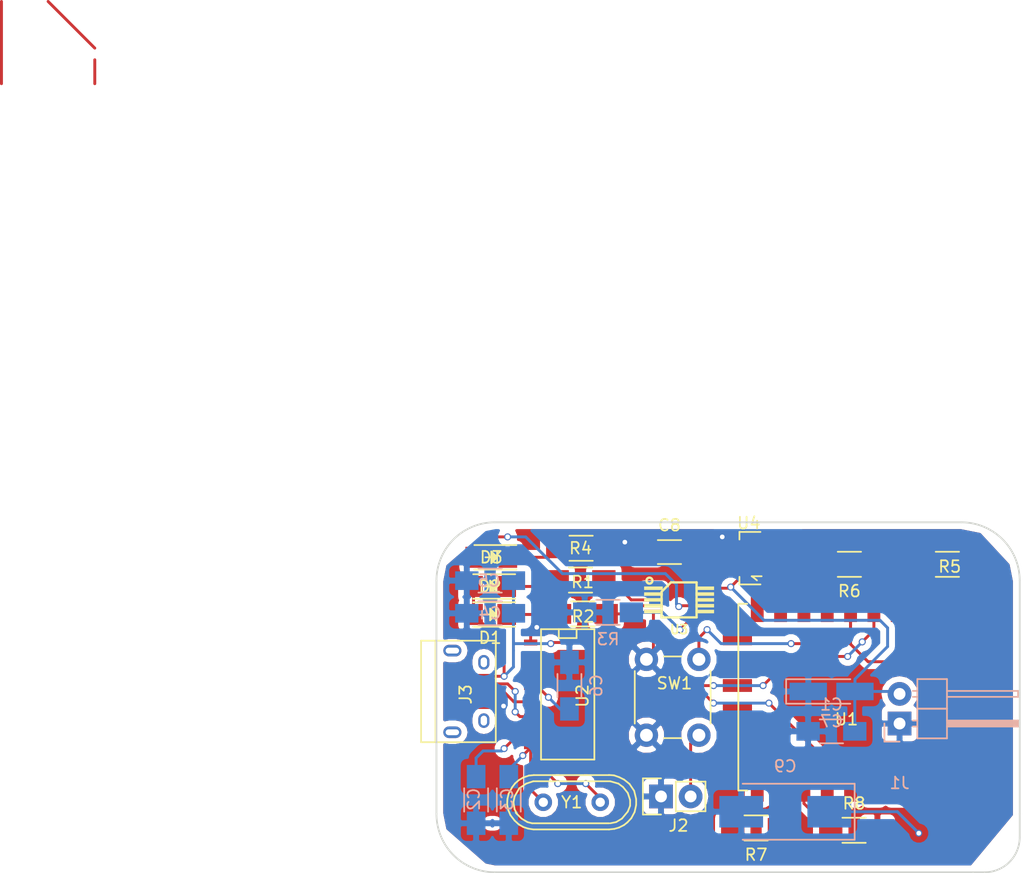
<source format=kicad_pcb>
(kicad_pcb (version 4) (host pcbnew 4.0.6)

  (general
    (links 68)
    (no_connects 16)
    (area 87.384999 50.024999 175.575001 125.075001)
    (thickness 1.6)
    (drawings 10)
    (tracks 174)
    (zones 0)
    (modules 29)
    (nets 45)
  )

  (page A4)
  (layers
    (0 F.Cu signal)
    (31 B.Cu signal)
    (32 B.Adhes user)
    (33 F.Adhes user)
    (34 B.Paste user)
    (35 F.Paste user)
    (36 B.SilkS user)
    (37 F.SilkS user)
    (38 B.Mask user)
    (39 F.Mask user)
    (40 Dwgs.User user)
    (41 Cmts.User user)
    (42 Eco1.User user)
    (43 Eco2.User user)
    (44 Edge.Cuts user)
    (45 Margin user)
    (46 B.CrtYd user)
    (47 F.CrtYd user)
    (48 B.Fab user)
    (49 F.Fab user)
  )

  (setup
    (last_trace_width 0.25)
    (trace_clearance 0.2)
    (zone_clearance 0.508)
    (zone_45_only no)
    (trace_min 0.2)
    (segment_width 0.2)
    (edge_width 0.15)
    (via_size 0.6)
    (via_drill 0.4)
    (via_min_size 0.4)
    (via_min_drill 0.3)
    (uvia_size 0.3)
    (uvia_drill 0.1)
    (uvias_allowed no)
    (uvia_min_size 0.2)
    (uvia_min_drill 0.1)
    (pcb_text_width 0.3)
    (pcb_text_size 1.5 1.5)
    (mod_edge_width 0.15)
    (mod_text_size 1 1)
    (mod_text_width 0.15)
    (pad_size 1.524 1.524)
    (pad_drill 0.762)
    (pad_to_mask_clearance 0.2)
    (aux_axis_origin 0 0)
    (visible_elements FFFFFF7F)
    (pcbplotparams
      (layerselection 0x00030_80000001)
      (usegerberextensions false)
      (excludeedgelayer true)
      (linewidth 0.100000)
      (plotframeref false)
      (viasonmask false)
      (mode 1)
      (useauxorigin false)
      (hpglpennumber 1)
      (hpglpenspeed 20)
      (hpglpendiameter 15)
      (hpglpenoverlay 2)
      (psnegative false)
      (psa4output false)
      (plotreference true)
      (plotvalue true)
      (plotinvisibletext false)
      (padsonsilk false)
      (subtractmaskfromsilk false)
      (outputformat 1)
      (mirror false)
      (drillshape 1)
      (scaleselection 1)
      (outputdirectory ""))
  )

  (net 0 "")
  (net 1 "Net-(C1-Pad1)")
  (net 2 GND)
  (net 3 "Net-(C2-Pad1)")
  (net 4 "Net-(C3-Pad1)")
  (net 5 "Net-(C6-Pad1)")
  (net 6 "Net-(D1-Pad1)")
  (net 7 "Net-(D2-Pad1)")
  (net 8 "Net-(D3-Pad2)")
  (net 9 "Net-(D3-Pad1)")
  (net 10 /WAKE)
  (net 11 /D-)
  (net 12 /D+)
  (net 13 "Net-(J3-Pad4)")
  (net 14 "Net-(J3-Pad6)")
  (net 15 "Net-(R1-Pad2)")
  (net 16 "Net-(R2-Pad1)")
  (net 17 /CH_PD)
  (net 18 /GPIO15)
  (net 19 /GPIO2)
  (net 20 "Net-(U1-Pad2)")
  (net 21 "Net-(U1-Pad5)")
  (net 22 "Net-(U1-Pad6)")
  (net 23 "Net-(U1-Pad7)")
  (net 24 /GPIO0)
  (net 25 "Net-(U1-Pad13)")
  (net 26 "Net-(U1-Pad14)")
  (net 27 /RXD)
  (net 28 /TXD)
  (net 29 "Net-(U2-Pad12)")
  (net 30 "Net-(U2-Pad11)")
  (net 31 "Net-(U2-Pad10)")
  (net 32 "Net-(U2-Pad9)")
  (net 33 "Net-(U2-Pad15)")
  (net 34 "Net-(U3-Pad8)")
  (net 35 +5V)
  (net 36 +3V3)
  (net 37 "Net-(R3-Pad2)")
  (net 38 "Net-(U1-Pad17)")
  (net 39 "Net-(U1-Pad18)")
  (net 40 "Net-(U1-Pad19)")
  (net 41 "Net-(U1-Pad20)")
  (net 42 "Net-(U1-Pad21)")
  (net 43 "Net-(U1-Pad22)")
  (net 44 "Net-(U3-Pad9)")

  (net_class Default "This is the default net class."
    (clearance 0.2)
    (trace_width 0.25)
    (via_dia 0.6)
    (via_drill 0.4)
    (uvia_dia 0.3)
    (uvia_drill 0.1)
    (add_net +3V3)
    (add_net +5V)
    (add_net /CH_PD)
    (add_net /D+)
    (add_net /D-)
    (add_net /GPIO0)
    (add_net /GPIO15)
    (add_net /GPIO2)
    (add_net /RXD)
    (add_net /TXD)
    (add_net /WAKE)
    (add_net GND)
    (add_net "Net-(C1-Pad1)")
    (add_net "Net-(C2-Pad1)")
    (add_net "Net-(C3-Pad1)")
    (add_net "Net-(C6-Pad1)")
    (add_net "Net-(D1-Pad1)")
    (add_net "Net-(D2-Pad1)")
    (add_net "Net-(D3-Pad1)")
    (add_net "Net-(D3-Pad2)")
    (add_net "Net-(J3-Pad4)")
    (add_net "Net-(J3-Pad6)")
    (add_net "Net-(R1-Pad2)")
    (add_net "Net-(R2-Pad1)")
    (add_net "Net-(R3-Pad2)")
    (add_net "Net-(U1-Pad13)")
    (add_net "Net-(U1-Pad14)")
    (add_net "Net-(U1-Pad17)")
    (add_net "Net-(U1-Pad18)")
    (add_net "Net-(U1-Pad19)")
    (add_net "Net-(U1-Pad2)")
    (add_net "Net-(U1-Pad20)")
    (add_net "Net-(U1-Pad21)")
    (add_net "Net-(U1-Pad22)")
    (add_net "Net-(U1-Pad5)")
    (add_net "Net-(U1-Pad6)")
    (add_net "Net-(U1-Pad7)")
    (add_net "Net-(U2-Pad10)")
    (add_net "Net-(U2-Pad11)")
    (add_net "Net-(U2-Pad12)")
    (add_net "Net-(U2-Pad15)")
    (add_net "Net-(U2-Pad9)")
    (add_net "Net-(U3-Pad8)")
    (add_net "Net-(U3-Pad9)")
  )

  (module TO_SOT_Packages_SMD:SOT89-3_Housing_Handsoldering (layer F.Cu) (tedit 59843DA6) (tstamp 596A819D)
    (at 152.275 98.075 90)
    (descr "SOT89-3, Housing, Handsoldering,")
    (tags "SOT89-3, Housing, Handsoldering,")
    (path /5961EC21)
    (attr smd)
    (fp_text reference U4 (at 3 -0.5 360) (layer F.SilkS)
      (effects (font (size 1 1) (thickness 0.15)))
    )
    (fp_text value HT7333 (at -0.14986 5.30098 90) (layer F.Fab)
      (effects (font (size 1 1) (thickness 0.15)))
    )
    (fp_line (start -1.89992 0.20066) (end -1.651 -0.09906) (layer F.SilkS) (width 0.15))
    (fp_line (start -1.651 -0.09906) (end -1.5494 -0.24892) (layer F.SilkS) (width 0.15))
    (fp_line (start -1.5494 -0.24892) (end -1.5494 0.59944) (layer F.SilkS) (width 0.15))
    (fp_line (start -2.25044 -1.30048) (end -2.25044 0.50038) (layer F.SilkS) (width 0.15))
    (fp_line (start -2.25044 -1.30048) (end -1.6002 -1.30048) (layer F.SilkS) (width 0.15))
    (fp_line (start 2.25044 -1.30048) (end 2.25044 0.50038) (layer F.SilkS) (width 0.15))
    (fp_line (start 2.25044 -1.30048) (end 1.6002 -1.30048) (layer F.SilkS) (width 0.15))
    (pad 1 smd rect (at -1.50114 2.35204 90) (size 1.00076 2.5019) (layers F.Cu F.Paste F.Mask)
      (net 1 "Net-(C1-Pad1)"))
    (pad 2 smd rect (at 0 2.35204 90) (size 1.00076 2.5019) (layers F.Cu F.Paste F.Mask)
      (net 2 GND))
    (pad 3 smd rect (at 1.50114 2.35204 90) (size 1.00076 2.5019) (layers F.Cu F.Paste F.Mask)
      (net 36 +3V3))
    (pad 2 smd rect (at 0 -1.6002 90) (size 1.99898 4.0005) (layers F.Cu F.Paste F.Mask)
      (net 2 GND))
    (pad 2 smd trapezoid (at 0 0.7493 270) (size 1.50114 0.7493) (rect_delta 0 0.50038 ) (layers F.Cu F.Paste F.Mask)
      (net 2 GND))
    (model TO_SOT_Packages_SMD.3dshapes/SOT89-3_Housing_Handsoldering.wrl
      (at (xyz 0 0 0))
      (scale (xyz 0.3937 0.3937 0.3937))
      (rotate (xyz 0 0 0))
    )
  )

  (module Capacitors_SMD:C_1206_HandSoldering (layer B.Cu) (tedit 541A9C03) (tstamp 596A802D)
    (at 158.86 112.92 180)
    (descr "Capacitor SMD 1206, hand soldering")
    (tags "capacitor 1206")
    (path /5960EA3A)
    (attr smd)
    (fp_text reference C1 (at 0 2.3 180) (layer B.SilkS)
      (effects (font (size 1 1) (thickness 0.15)) (justify mirror))
    )
    (fp_text value 470uF (at 0 -2.3 180) (layer B.Fab)
      (effects (font (size 1 1) (thickness 0.15)) (justify mirror))
    )
    (fp_line (start -1.6 -0.8) (end -1.6 0.8) (layer B.Fab) (width 0.15))
    (fp_line (start 1.6 -0.8) (end -1.6 -0.8) (layer B.Fab) (width 0.15))
    (fp_line (start 1.6 0.8) (end 1.6 -0.8) (layer B.Fab) (width 0.15))
    (fp_line (start -1.6 0.8) (end 1.6 0.8) (layer B.Fab) (width 0.15))
    (fp_line (start -3.3 1.15) (end 3.3 1.15) (layer B.CrtYd) (width 0.05))
    (fp_line (start -3.3 -1.15) (end 3.3 -1.15) (layer B.CrtYd) (width 0.05))
    (fp_line (start -3.3 1.15) (end -3.3 -1.15) (layer B.CrtYd) (width 0.05))
    (fp_line (start 3.3 1.15) (end 3.3 -1.15) (layer B.CrtYd) (width 0.05))
    (fp_line (start 1 1.025) (end -1 1.025) (layer B.SilkS) (width 0.15))
    (fp_line (start -1 -1.025) (end 1 -1.025) (layer B.SilkS) (width 0.15))
    (pad 1 smd rect (at -2 0 180) (size 2 1.6) (layers B.Cu B.Paste B.Mask)
      (net 1 "Net-(C1-Pad1)"))
    (pad 2 smd rect (at 2 0 180) (size 2 1.6) (layers B.Cu B.Paste B.Mask)
      (net 2 GND))
    (model Capacitors_SMD.3dshapes/C_1206_HandSoldering.wrl
      (at (xyz 0 0 0))
      (scale (xyz 1 1 1))
      (rotate (xyz 0 0 0))
    )
  )

  (module Capacitors_SMD:C_1206_HandSoldering (layer B.Cu) (tedit 59843CA9) (tstamp 596A8033)
    (at 128.4 118.8 270)
    (descr "Capacitor SMD 1206, hand soldering")
    (tags "capacitor 1206")
    (path /59612EAC)
    (attr smd)
    (fp_text reference C2 (at -0.05 0.2 270) (layer B.SilkS)
      (effects (font (size 1 1) (thickness 0.15)) (justify mirror))
    )
    (fp_text value 22pF (at 4.4 1 360) (layer B.Fab)
      (effects (font (size 1 1) (thickness 0.15)) (justify mirror))
    )
    (fp_line (start -1.6 -0.8) (end -1.6 0.8) (layer B.Fab) (width 0.15))
    (fp_line (start 1.6 -0.8) (end -1.6 -0.8) (layer B.Fab) (width 0.15))
    (fp_line (start 1.6 0.8) (end 1.6 -0.8) (layer B.Fab) (width 0.15))
    (fp_line (start -1.6 0.8) (end 1.6 0.8) (layer B.Fab) (width 0.15))
    (fp_line (start -3.3 1.15) (end 3.3 1.15) (layer B.CrtYd) (width 0.05))
    (fp_line (start -3.3 -1.15) (end 3.3 -1.15) (layer B.CrtYd) (width 0.05))
    (fp_line (start -3.3 1.15) (end -3.3 -1.15) (layer B.CrtYd) (width 0.05))
    (fp_line (start 3.3 1.15) (end 3.3 -1.15) (layer B.CrtYd) (width 0.05))
    (fp_line (start 1 1.025) (end -1 1.025) (layer B.SilkS) (width 0.15))
    (fp_line (start -1 -1.025) (end 1 -1.025) (layer B.SilkS) (width 0.15))
    (pad 1 smd rect (at -2 0 270) (size 2 1.6) (layers B.Cu B.Paste B.Mask)
      (net 3 "Net-(C2-Pad1)"))
    (pad 2 smd rect (at 2 0 270) (size 2 1.6) (layers B.Cu B.Paste B.Mask)
      (net 2 GND))
    (model Capacitors_SMD.3dshapes/C_1206_HandSoldering.wrl
      (at (xyz 0 0 0))
      (scale (xyz 1 1 1))
      (rotate (xyz 0 0 0))
    )
  )

  (module Capacitors_SMD:C_1206_HandSoldering (layer B.Cu) (tedit 59861978) (tstamp 596A8039)
    (at 131.2 118.8 270)
    (descr "Capacitor SMD 1206, hand soldering")
    (tags "capacitor 1206")
    (path /59612F8C)
    (attr smd)
    (fp_text reference C3 (at -0.05 0.15 270) (layer B.SilkS)
      (effects (font (size 1 1) (thickness 0.15)) (justify mirror))
    )
    (fp_text value 22pF (at 4.2 0.6 540) (layer B.Fab)
      (effects (font (size 1 1) (thickness 0.15)) (justify mirror))
    )
    (fp_line (start -1.6 -0.8) (end -1.6 0.8) (layer B.Fab) (width 0.15))
    (fp_line (start 1.6 -0.8) (end -1.6 -0.8) (layer B.Fab) (width 0.15))
    (fp_line (start 1.6 0.8) (end 1.6 -0.8) (layer B.Fab) (width 0.15))
    (fp_line (start -1.6 0.8) (end 1.6 0.8) (layer B.Fab) (width 0.15))
    (fp_line (start -3.3 1.15) (end 3.3 1.15) (layer B.CrtYd) (width 0.05))
    (fp_line (start -3.3 -1.15) (end 3.3 -1.15) (layer B.CrtYd) (width 0.05))
    (fp_line (start -3.3 1.15) (end -3.3 -1.15) (layer B.CrtYd) (width 0.05))
    (fp_line (start 3.3 1.15) (end 3.3 -1.15) (layer B.CrtYd) (width 0.05))
    (fp_line (start 1 1.025) (end -1 1.025) (layer B.SilkS) (width 0.15))
    (fp_line (start -1 -1.025) (end 1 -1.025) (layer B.SilkS) (width 0.15))
    (pad 1 smd rect (at -2 0 270) (size 2 1.6) (layers B.Cu B.Paste B.Mask)
      (net 4 "Net-(C3-Pad1)"))
    (pad 2 smd rect (at 2 0 270) (size 2 1.6) (layers B.Cu B.Paste B.Mask)
      (net 2 GND))
    (model Capacitors_SMD.3dshapes/C_1206_HandSoldering.wrl
      (at (xyz 0 0 0))
      (scale (xyz 1 1 1))
      (rotate (xyz 0 0 0))
    )
  )

  (module Capacitors_SMD:C_1206_HandSoldering (layer B.Cu) (tedit 5983AA8F) (tstamp 596A803F)
    (at 129.6 102.8)
    (descr "Capacitor SMD 1206, hand soldering")
    (tags "capacitor 1206")
    (path /59613F16)
    (attr smd)
    (fp_text reference C4 (at 0 0) (layer B.SilkS)
      (effects (font (size 1 1) (thickness 0.15)) (justify mirror))
    )
    (fp_text value 100nF (at 1 1.9) (layer B.Fab)
      (effects (font (size 1 1) (thickness 0.15)) (justify mirror))
    )
    (fp_line (start -1.6 -0.8) (end -1.6 0.8) (layer B.Fab) (width 0.15))
    (fp_line (start 1.6 -0.8) (end -1.6 -0.8) (layer B.Fab) (width 0.15))
    (fp_line (start 1.6 0.8) (end 1.6 -0.8) (layer B.Fab) (width 0.15))
    (fp_line (start -1.6 0.8) (end 1.6 0.8) (layer B.Fab) (width 0.15))
    (fp_line (start -3.3 1.15) (end 3.3 1.15) (layer B.CrtYd) (width 0.05))
    (fp_line (start -3.3 -1.15) (end 3.3 -1.15) (layer B.CrtYd) (width 0.05))
    (fp_line (start -3.3 1.15) (end -3.3 -1.15) (layer B.CrtYd) (width 0.05))
    (fp_line (start 3.3 1.15) (end 3.3 -1.15) (layer B.CrtYd) (width 0.05))
    (fp_line (start 1 1.025) (end -1 1.025) (layer B.SilkS) (width 0.15))
    (fp_line (start -1 -1.025) (end 1 -1.025) (layer B.SilkS) (width 0.15))
    (pad 1 smd rect (at -2 0) (size 2 1.6) (layers B.Cu B.Paste B.Mask)
      (net 2 GND))
    (pad 2 smd rect (at 2 0) (size 2 1.6) (layers B.Cu B.Paste B.Mask)
      (net 35 +5V))
    (model Capacitors_SMD.3dshapes/C_1206_HandSoldering.wrl
      (at (xyz 0 0 0))
      (scale (xyz 1 1 1))
      (rotate (xyz 0 0 0))
    )
  )

  (module Capacitors_SMD:C_1206_HandSoldering (layer B.Cu) (tedit 5983AA8C) (tstamp 596A8045)
    (at 129.6 100)
    (descr "Capacitor SMD 1206, hand soldering")
    (tags "capacitor 1206")
    (path /59614082)
    (attr smd)
    (fp_text reference C5 (at -0.1 0) (layer B.SilkS)
      (effects (font (size 1 1) (thickness 0.15)) (justify mirror))
    )
    (fp_text value 10nF (at 1.2 2) (layer B.Fab)
      (effects (font (size 1 1) (thickness 0.15)) (justify mirror))
    )
    (fp_line (start -1.6 -0.8) (end -1.6 0.8) (layer B.Fab) (width 0.15))
    (fp_line (start 1.6 -0.8) (end -1.6 -0.8) (layer B.Fab) (width 0.15))
    (fp_line (start 1.6 0.8) (end 1.6 -0.8) (layer B.Fab) (width 0.15))
    (fp_line (start -1.6 0.8) (end 1.6 0.8) (layer B.Fab) (width 0.15))
    (fp_line (start -3.3 1.15) (end 3.3 1.15) (layer B.CrtYd) (width 0.05))
    (fp_line (start -3.3 -1.15) (end 3.3 -1.15) (layer B.CrtYd) (width 0.05))
    (fp_line (start -3.3 1.15) (end -3.3 -1.15) (layer B.CrtYd) (width 0.05))
    (fp_line (start 3.3 1.15) (end 3.3 -1.15) (layer B.CrtYd) (width 0.05))
    (fp_line (start 1 1.025) (end -1 1.025) (layer B.SilkS) (width 0.15))
    (fp_line (start -1 -1.025) (end 1 -1.025) (layer B.SilkS) (width 0.15))
    (pad 1 smd rect (at -2 0) (size 2 1.6) (layers B.Cu B.Paste B.Mask)
      (net 2 GND))
    (pad 2 smd rect (at 2 0) (size 2 1.6) (layers B.Cu B.Paste B.Mask)
      (net 35 +5V))
    (model Capacitors_SMD.3dshapes/C_1206_HandSoldering.wrl
      (at (xyz 0 0 0))
      (scale (xyz 1 1 1))
      (rotate (xyz 0 0 0))
    )
  )

  (module Capacitors_SMD:C_1206_HandSoldering (layer B.Cu) (tedit 541A9C03) (tstamp 596A804B)
    (at 136.4 109 90)
    (descr "Capacitor SMD 1206, hand soldering")
    (tags "capacitor 1206")
    (path /59614F92)
    (attr smd)
    (fp_text reference C6 (at 0 2.3 90) (layer B.SilkS)
      (effects (font (size 1 1) (thickness 0.15)) (justify mirror))
    )
    (fp_text value 22nF (at 0 -2.3 90) (layer B.Fab)
      (effects (font (size 1 1) (thickness 0.15)) (justify mirror))
    )
    (fp_line (start -1.6 -0.8) (end -1.6 0.8) (layer B.Fab) (width 0.15))
    (fp_line (start 1.6 -0.8) (end -1.6 -0.8) (layer B.Fab) (width 0.15))
    (fp_line (start 1.6 0.8) (end 1.6 -0.8) (layer B.Fab) (width 0.15))
    (fp_line (start -1.6 0.8) (end 1.6 0.8) (layer B.Fab) (width 0.15))
    (fp_line (start -3.3 1.15) (end 3.3 1.15) (layer B.CrtYd) (width 0.05))
    (fp_line (start -3.3 -1.15) (end 3.3 -1.15) (layer B.CrtYd) (width 0.05))
    (fp_line (start -3.3 1.15) (end -3.3 -1.15) (layer B.CrtYd) (width 0.05))
    (fp_line (start 3.3 1.15) (end 3.3 -1.15) (layer B.CrtYd) (width 0.05))
    (fp_line (start 1 1.025) (end -1 1.025) (layer B.SilkS) (width 0.15))
    (fp_line (start -1 -1.025) (end 1 -1.025) (layer B.SilkS) (width 0.15))
    (pad 1 smd rect (at -2 0 90) (size 2 1.6) (layers B.Cu B.Paste B.Mask)
      (net 5 "Net-(C6-Pad1)"))
    (pad 2 smd rect (at 2 0 90) (size 2 1.6) (layers B.Cu B.Paste B.Mask)
      (net 2 GND))
    (model Capacitors_SMD.3dshapes/C_1206_HandSoldering.wrl
      (at (xyz 0 0 0))
      (scale (xyz 1 1 1))
      (rotate (xyz 0 0 0))
    )
  )

  (module Capacitors_Tantalum_SMD:Tantalum_Case-A_EIA-3216-18_Hand (layer B.Cu) (tedit 57B6E980) (tstamp 596A8051)
    (at 158.875 109.5)
    (descr "Tantalum capacitor, Case A, EIA 3216-18, 3.2x1.6x1.6mm, Hand soldering footprint")
    (tags "capacitor tantalum smd")
    (path /59615DF5)
    (attr smd)
    (fp_text reference C7 (at 0 2.55) (layer B.SilkS)
      (effects (font (size 1 1) (thickness 0.15)) (justify mirror))
    )
    (fp_text value 1uF (at 0 -2.55) (layer B.Fab)
      (effects (font (size 1 1) (thickness 0.15)) (justify mirror))
    )
    (fp_line (start -4 1.2) (end -4 -1.2) (layer B.CrtYd) (width 0.05))
    (fp_line (start -4 -1.2) (end 4 -1.2) (layer B.CrtYd) (width 0.05))
    (fp_line (start 4 -1.2) (end 4 1.2) (layer B.CrtYd) (width 0.05))
    (fp_line (start 4 1.2) (end -4 1.2) (layer B.CrtYd) (width 0.05))
    (fp_line (start -1.6 0.8) (end -1.6 -0.8) (layer B.Fab) (width 0.15))
    (fp_line (start -1.6 -0.8) (end 1.6 -0.8) (layer B.Fab) (width 0.15))
    (fp_line (start 1.6 -0.8) (end 1.6 0.8) (layer B.Fab) (width 0.15))
    (fp_line (start 1.6 0.8) (end -1.6 0.8) (layer B.Fab) (width 0.15))
    (fp_line (start -1.28 0.8) (end -1.28 -0.8) (layer B.Fab) (width 0.15))
    (fp_line (start -1.12 0.8) (end -1.12 -0.8) (layer B.Fab) (width 0.15))
    (fp_line (start -3.9 1.05) (end 1.6 1.05) (layer B.SilkS) (width 0.15))
    (fp_line (start -3.9 -1.05) (end 1.6 -1.05) (layer B.SilkS) (width 0.15))
    (fp_line (start -3.9 1.05) (end -3.9 -1.05) (layer B.SilkS) (width 0.15))
    (pad 1 smd rect (at -2 0) (size 3.2 1.5) (layers B.Cu B.Paste B.Mask)
      (net 2 GND))
    (pad 2 smd rect (at 2 0) (size 3.2 1.5) (layers B.Cu B.Paste B.Mask)
      (net 1 "Net-(C1-Pad1)"))
    (model Capacitors_Tantalum_SMD.3dshapes/Tantalum_Case-A_EIA-3216-18.wrl
      (at (xyz 0 0 0))
      (scale (xyz 1 1 1))
      (rotate (xyz 0 0 0))
    )
  )

  (module Capacitors_SMD:C_1206_HandSoldering (layer F.Cu) (tedit 541A9C03) (tstamp 596A8057)
    (at 144.975 97.55)
    (descr "Capacitor SMD 1206, hand soldering")
    (tags "capacitor 1206")
    (path /5961BFCD)
    (attr smd)
    (fp_text reference C8 (at 0 -2.3) (layer F.SilkS)
      (effects (font (size 1 1) (thickness 0.15)))
    )
    (fp_text value 100nF (at 0 2.3) (layer F.Fab)
      (effects (font (size 1 1) (thickness 0.15)))
    )
    (fp_line (start -1.6 0.8) (end -1.6 -0.8) (layer F.Fab) (width 0.15))
    (fp_line (start 1.6 0.8) (end -1.6 0.8) (layer F.Fab) (width 0.15))
    (fp_line (start 1.6 -0.8) (end 1.6 0.8) (layer F.Fab) (width 0.15))
    (fp_line (start -1.6 -0.8) (end 1.6 -0.8) (layer F.Fab) (width 0.15))
    (fp_line (start -3.3 -1.15) (end 3.3 -1.15) (layer F.CrtYd) (width 0.05))
    (fp_line (start -3.3 1.15) (end 3.3 1.15) (layer F.CrtYd) (width 0.05))
    (fp_line (start -3.3 -1.15) (end -3.3 1.15) (layer F.CrtYd) (width 0.05))
    (fp_line (start 3.3 -1.15) (end 3.3 1.15) (layer F.CrtYd) (width 0.05))
    (fp_line (start 1 -1.025) (end -1 -1.025) (layer F.SilkS) (width 0.15))
    (fp_line (start -1 1.025) (end 1 1.025) (layer F.SilkS) (width 0.15))
    (pad 1 smd rect (at -2 0) (size 2 1.6) (layers F.Cu F.Paste F.Mask)
      (net 2 GND))
    (pad 2 smd rect (at 2 0) (size 2 1.6) (layers F.Cu F.Paste F.Mask)
      (net 36 +3V3))
    (model Capacitors_SMD.3dshapes/C_1206_HandSoldering.wrl
      (at (xyz 0 0 0))
      (scale (xyz 1 1 1))
      (rotate (xyz 0 0 0))
    )
  )

  (module Capacitors_Tantalum_SMD:Tantalum_Case-D_EIA-7343-31_Hand (layer B.Cu) (tedit 57B6E980) (tstamp 596A805D)
    (at 154.9 119.81 180)
    (descr "Tantalum capacitor, Case D, EIA 7343-31, 7.3x4.3x2.8mm, Hand soldering footprint")
    (tags "capacitor tantalum smd")
    (path /5961DD94)
    (attr smd)
    (fp_text reference C9 (at 0 3.9 180) (layer B.SilkS)
      (effects (font (size 1 1) (thickness 0.15)) (justify mirror))
    )
    (fp_text value 470uF (at 0 -3.9 180) (layer B.Fab)
      (effects (font (size 1 1) (thickness 0.15)) (justify mirror))
    )
    (fp_line (start -6.05 2.5) (end -6.05 -2.5) (layer B.CrtYd) (width 0.05))
    (fp_line (start -6.05 -2.5) (end 6.05 -2.5) (layer B.CrtYd) (width 0.05))
    (fp_line (start 6.05 -2.5) (end 6.05 2.5) (layer B.CrtYd) (width 0.05))
    (fp_line (start 6.05 2.5) (end -6.05 2.5) (layer B.CrtYd) (width 0.05))
    (fp_line (start -3.65 2.15) (end -3.65 -2.15) (layer B.Fab) (width 0.15))
    (fp_line (start -3.65 -2.15) (end 3.65 -2.15) (layer B.Fab) (width 0.15))
    (fp_line (start 3.65 -2.15) (end 3.65 2.15) (layer B.Fab) (width 0.15))
    (fp_line (start 3.65 2.15) (end -3.65 2.15) (layer B.Fab) (width 0.15))
    (fp_line (start -2.92 2.15) (end -2.92 -2.15) (layer B.Fab) (width 0.15))
    (fp_line (start -2.555 2.15) (end -2.555 -2.15) (layer B.Fab) (width 0.15))
    (fp_line (start -5.95 2.4) (end 3.65 2.4) (layer B.SilkS) (width 0.15))
    (fp_line (start -5.95 -2.4) (end 3.65 -2.4) (layer B.SilkS) (width 0.15))
    (fp_line (start -5.95 2.4) (end -5.95 -2.4) (layer B.SilkS) (width 0.15))
    (pad 1 smd rect (at -3.775 0 180) (size 3.75 2.7) (layers B.Cu B.Paste B.Mask)
      (net 36 +3V3))
    (pad 2 smd rect (at 3.775 0 180) (size 3.75 2.7) (layers B.Cu B.Paste B.Mask)
      (net 2 GND))
    (model Capacitors_Tantalum_SMD.3dshapes/Tantalum_Case-D_EIA-7343-31.wrl
      (at (xyz 0 0 0))
      (scale (xyz 1 1 1))
      (rotate (xyz 0 0 0))
    )
  )

  (module LEDs:LED_1206 (layer F.Cu) (tedit 57ABE035) (tstamp 596A807B)
    (at 129.6 102.9 180)
    (descr "LED 1206 smd package")
    (tags "LED1206 SMD")
    (path /5961A049)
    (attr smd)
    (fp_text reference D1 (at 0 -2 180) (layer F.SilkS)
      (effects (font (size 1 1) (thickness 0.15)))
    )
    (fp_text value LED_Small (at 0 2 180) (layer F.Fab)
      (effects (font (size 1 1) (thickness 0.15)))
    )
    (fp_line (start -0.5 -0.5) (end -0.5 0.5) (layer F.Fab) (width 0.15))
    (fp_line (start -0.5 0) (end 0 -0.5) (layer F.Fab) (width 0.15))
    (fp_line (start 0 0.5) (end -0.5 0) (layer F.Fab) (width 0.15))
    (fp_line (start 0 -0.5) (end 0 0.5) (layer F.Fab) (width 0.15))
    (fp_line (start -1.6 0.8) (end -1.6 -0.8) (layer F.Fab) (width 0.15))
    (fp_line (start 1.6 0.8) (end -1.6 0.8) (layer F.Fab) (width 0.15))
    (fp_line (start 1.6 -0.8) (end 1.6 0.8) (layer F.Fab) (width 0.15))
    (fp_line (start -1.6 -0.8) (end 1.6 -0.8) (layer F.Fab) (width 0.15))
    (fp_line (start -2.15 1.05) (end 1.45 1.05) (layer F.SilkS) (width 0.15))
    (fp_line (start -2.15 -1.05) (end 1.45 -1.05) (layer F.SilkS) (width 0.15))
    (fp_line (start -0.1 -0.3) (end -0.1 0.3) (layer F.SilkS) (width 0.15))
    (fp_line (start -0.1 0.3) (end -0.4 0) (layer F.SilkS) (width 0.15))
    (fp_line (start -0.4 0) (end -0.2 -0.2) (layer F.SilkS) (width 0.15))
    (fp_line (start -0.2 -0.2) (end -0.2 0.05) (layer F.SilkS) (width 0.15))
    (fp_line (start -0.2 0.05) (end -0.25 0) (layer F.SilkS) (width 0.15))
    (fp_line (start -0.5 -0.5) (end -0.5 0.5) (layer F.SilkS) (width 0.15))
    (fp_line (start 0 0) (end 0.5 0) (layer F.SilkS) (width 0.15))
    (fp_line (start -0.5 0) (end 0 -0.5) (layer F.SilkS) (width 0.15))
    (fp_line (start 0 -0.5) (end 0 0.5) (layer F.SilkS) (width 0.15))
    (fp_line (start 0 0.5) (end -0.5 0) (layer F.SilkS) (width 0.15))
    (fp_line (start 2.5 -1.25) (end -2.5 -1.25) (layer F.CrtYd) (width 0.05))
    (fp_line (start -2.5 -1.25) (end -2.5 1.25) (layer F.CrtYd) (width 0.05))
    (fp_line (start -2.5 1.25) (end 2.5 1.25) (layer F.CrtYd) (width 0.05))
    (fp_line (start 2.5 1.25) (end 2.5 -1.25) (layer F.CrtYd) (width 0.05))
    (pad 2 smd rect (at 1.41986 0) (size 1.59766 1.80086) (layers F.Cu F.Paste F.Mask)
      (net 35 +5V))
    (pad 1 smd rect (at -1.41986 0) (size 1.59766 1.80086) (layers F.Cu F.Paste F.Mask)
      (net 6 "Net-(D1-Pad1)"))
    (model LEDs.3dshapes/LED_1206.wrl
      (at (xyz 0 0 0))
      (scale (xyz 1 1 1))
      (rotate (xyz 0 0 180))
    )
  )

  (module LEDs:LED_1206 (layer F.Cu) (tedit 5983BAD7) (tstamp 596A8099)
    (at 129.6 100.5 180)
    (descr "LED 1206 smd package")
    (tags "LED1206 SMD")
    (path /59619495)
    (attr smd)
    (fp_text reference D2 (at 0 0 180) (layer F.SilkS)
      (effects (font (size 1 1) (thickness 0.15)))
    )
    (fp_text value LED_Small (at 0 2 180) (layer F.Fab)
      (effects (font (size 1 1) (thickness 0.15)))
    )
    (fp_line (start -0.5 -0.5) (end -0.5 0.5) (layer F.Fab) (width 0.15))
    (fp_line (start -0.5 0) (end 0 -0.5) (layer F.Fab) (width 0.15))
    (fp_line (start 0 0.5) (end -0.5 0) (layer F.Fab) (width 0.15))
    (fp_line (start 0 -0.5) (end 0 0.5) (layer F.Fab) (width 0.15))
    (fp_line (start -1.6 0.8) (end -1.6 -0.8) (layer F.Fab) (width 0.15))
    (fp_line (start 1.6 0.8) (end -1.6 0.8) (layer F.Fab) (width 0.15))
    (fp_line (start 1.6 -0.8) (end 1.6 0.8) (layer F.Fab) (width 0.15))
    (fp_line (start -1.6 -0.8) (end 1.6 -0.8) (layer F.Fab) (width 0.15))
    (fp_line (start -2.15 1.05) (end 1.45 1.05) (layer F.SilkS) (width 0.15))
    (fp_line (start -2.15 -1.05) (end 1.45 -1.05) (layer F.SilkS) (width 0.15))
    (fp_line (start -0.1 -0.3) (end -0.1 0.3) (layer F.SilkS) (width 0.15))
    (fp_line (start -0.1 0.3) (end -0.4 0) (layer F.SilkS) (width 0.15))
    (fp_line (start -0.4 0) (end -0.2 -0.2) (layer F.SilkS) (width 0.15))
    (fp_line (start -0.2 -0.2) (end -0.2 0.05) (layer F.SilkS) (width 0.15))
    (fp_line (start -0.2 0.05) (end -0.25 0) (layer F.SilkS) (width 0.15))
    (fp_line (start -0.5 -0.5) (end -0.5 0.5) (layer F.SilkS) (width 0.15))
    (fp_line (start 0 0) (end 0.5 0) (layer F.SilkS) (width 0.15))
    (fp_line (start -0.5 0) (end 0 -0.5) (layer F.SilkS) (width 0.15))
    (fp_line (start 0 -0.5) (end 0 0.5) (layer F.SilkS) (width 0.15))
    (fp_line (start 0 0.5) (end -0.5 0) (layer F.SilkS) (width 0.15))
    (fp_line (start 2.5 -1.25) (end -2.5 -1.25) (layer F.CrtYd) (width 0.05))
    (fp_line (start -2.5 -1.25) (end -2.5 1.25) (layer F.CrtYd) (width 0.05))
    (fp_line (start -2.5 1.25) (end 2.5 1.25) (layer F.CrtYd) (width 0.05))
    (fp_line (start 2.5 1.25) (end 2.5 -1.25) (layer F.CrtYd) (width 0.05))
    (pad 2 smd rect (at 1.41986 0) (size 1.59766 1.80086) (layers F.Cu F.Paste F.Mask)
      (net 35 +5V))
    (pad 1 smd rect (at -1.41986 0) (size 1.59766 1.80086) (layers F.Cu F.Paste F.Mask)
      (net 7 "Net-(D2-Pad1)"))
    (model LEDs.3dshapes/LED_1206.wrl
      (at (xyz 0 0 0))
      (scale (xyz 1 1 1))
      (rotate (xyz 0 0 180))
    )
  )

  (module LEDs:LED_1206 (layer F.Cu) (tedit 5983BACA) (tstamp 596A80B7)
    (at 129.7 98 180)
    (descr "LED 1206 smd package")
    (tags "LED1206 SMD")
    (path /59617DE2)
    (attr smd)
    (fp_text reference D3 (at 0 0 180) (layer F.SilkS)
      (effects (font (size 1 1) (thickness 0.15)))
    )
    (fp_text value LED (at 0 2 180) (layer F.Fab)
      (effects (font (size 1 1) (thickness 0.15)))
    )
    (fp_line (start -0.5 -0.5) (end -0.5 0.5) (layer F.Fab) (width 0.15))
    (fp_line (start -0.5 0) (end 0 -0.5) (layer F.Fab) (width 0.15))
    (fp_line (start 0 0.5) (end -0.5 0) (layer F.Fab) (width 0.15))
    (fp_line (start 0 -0.5) (end 0 0.5) (layer F.Fab) (width 0.15))
    (fp_line (start -1.6 0.8) (end -1.6 -0.8) (layer F.Fab) (width 0.15))
    (fp_line (start 1.6 0.8) (end -1.6 0.8) (layer F.Fab) (width 0.15))
    (fp_line (start 1.6 -0.8) (end 1.6 0.8) (layer F.Fab) (width 0.15))
    (fp_line (start -1.6 -0.8) (end 1.6 -0.8) (layer F.Fab) (width 0.15))
    (fp_line (start -2.15 1.05) (end 1.45 1.05) (layer F.SilkS) (width 0.15))
    (fp_line (start -2.15 -1.05) (end 1.45 -1.05) (layer F.SilkS) (width 0.15))
    (fp_line (start -0.1 -0.3) (end -0.1 0.3) (layer F.SilkS) (width 0.15))
    (fp_line (start -0.1 0.3) (end -0.4 0) (layer F.SilkS) (width 0.15))
    (fp_line (start -0.4 0) (end -0.2 -0.2) (layer F.SilkS) (width 0.15))
    (fp_line (start -0.2 -0.2) (end -0.2 0.05) (layer F.SilkS) (width 0.15))
    (fp_line (start -0.2 0.05) (end -0.25 0) (layer F.SilkS) (width 0.15))
    (fp_line (start -0.5 -0.5) (end -0.5 0.5) (layer F.SilkS) (width 0.15))
    (fp_line (start 0 0) (end 0.5 0) (layer F.SilkS) (width 0.15))
    (fp_line (start -0.5 0) (end 0 -0.5) (layer F.SilkS) (width 0.15))
    (fp_line (start 0 -0.5) (end 0 0.5) (layer F.SilkS) (width 0.15))
    (fp_line (start 0 0.5) (end -0.5 0) (layer F.SilkS) (width 0.15))
    (fp_line (start 2.5 -1.25) (end -2.5 -1.25) (layer F.CrtYd) (width 0.05))
    (fp_line (start -2.5 -1.25) (end -2.5 1.25) (layer F.CrtYd) (width 0.05))
    (fp_line (start -2.5 1.25) (end 2.5 1.25) (layer F.CrtYd) (width 0.05))
    (fp_line (start 2.5 1.25) (end 2.5 -1.25) (layer F.CrtYd) (width 0.05))
    (pad 2 smd rect (at 1.41986 0) (size 1.59766 1.80086) (layers F.Cu F.Paste F.Mask)
      (net 8 "Net-(D3-Pad2)"))
    (pad 1 smd rect (at -1.41986 0) (size 1.59766 1.80086) (layers F.Cu F.Paste F.Mask)
      (net 9 "Net-(D3-Pad1)"))
    (model LEDs.3dshapes/LED_1206.wrl
      (at (xyz 0 0 0))
      (scale (xyz 1 1 1))
      (rotate (xyz 0 0 180))
    )
  )

  (module Pin_Headers:Pin_Header_Angled_1x02 (layer B.Cu) (tedit 0) (tstamp 596A80BD)
    (at 164.7 112.25)
    (descr "Through hole pin header")
    (tags "pin header")
    (path /5960ECBD)
    (fp_text reference J1 (at 0 5.1) (layer B.SilkS)
      (effects (font (size 1 1) (thickness 0.15)) (justify mirror))
    )
    (fp_text value BATT_CONN (at 0 3.1) (layer B.Fab)
      (effects (font (size 1 1) (thickness 0.15)) (justify mirror))
    )
    (fp_line (start -1.5 1.75) (end -1.5 -4.3) (layer B.CrtYd) (width 0.05))
    (fp_line (start 10.65 1.75) (end 10.65 -4.3) (layer B.CrtYd) (width 0.05))
    (fp_line (start -1.5 1.75) (end 10.65 1.75) (layer B.CrtYd) (width 0.05))
    (fp_line (start -1.5 -4.3) (end 10.65 -4.3) (layer B.CrtYd) (width 0.05))
    (fp_line (start -1.3 1.55) (end -1.3 0) (layer B.SilkS) (width 0.15))
    (fp_line (start 0 1.55) (end -1.3 1.55) (layer B.SilkS) (width 0.15))
    (fp_line (start 4.191 0.127) (end 10.033 0.127) (layer B.SilkS) (width 0.15))
    (fp_line (start 10.033 0.127) (end 10.033 -0.127) (layer B.SilkS) (width 0.15))
    (fp_line (start 10.033 -0.127) (end 4.191 -0.127) (layer B.SilkS) (width 0.15))
    (fp_line (start 4.191 -0.127) (end 4.191 0) (layer B.SilkS) (width 0.15))
    (fp_line (start 4.191 0) (end 10.033 0) (layer B.SilkS) (width 0.15))
    (fp_line (start 1.524 0.254) (end 1.143 0.254) (layer B.SilkS) (width 0.15))
    (fp_line (start 1.524 -0.254) (end 1.143 -0.254) (layer B.SilkS) (width 0.15))
    (fp_line (start 1.524 -2.286) (end 1.143 -2.286) (layer B.SilkS) (width 0.15))
    (fp_line (start 1.524 -2.794) (end 1.143 -2.794) (layer B.SilkS) (width 0.15))
    (fp_line (start 1.524 1.27) (end 4.064 1.27) (layer B.SilkS) (width 0.15))
    (fp_line (start 1.524 -1.27) (end 4.064 -1.27) (layer B.SilkS) (width 0.15))
    (fp_line (start 1.524 -1.27) (end 1.524 -3.81) (layer B.SilkS) (width 0.15))
    (fp_line (start 1.524 -3.81) (end 4.064 -3.81) (layer B.SilkS) (width 0.15))
    (fp_line (start 4.064 -2.286) (end 10.16 -2.286) (layer B.SilkS) (width 0.15))
    (fp_line (start 10.16 -2.286) (end 10.16 -2.794) (layer B.SilkS) (width 0.15))
    (fp_line (start 10.16 -2.794) (end 4.064 -2.794) (layer B.SilkS) (width 0.15))
    (fp_line (start 4.064 -3.81) (end 4.064 -1.27) (layer B.SilkS) (width 0.15))
    (fp_line (start 4.064 -1.27) (end 4.064 1.27) (layer B.SilkS) (width 0.15))
    (fp_line (start 10.16 -0.254) (end 4.064 -0.254) (layer B.SilkS) (width 0.15))
    (fp_line (start 10.16 0.254) (end 10.16 -0.254) (layer B.SilkS) (width 0.15))
    (fp_line (start 4.064 0.254) (end 10.16 0.254) (layer B.SilkS) (width 0.15))
    (fp_line (start 1.524 -1.27) (end 4.064 -1.27) (layer B.SilkS) (width 0.15))
    (fp_line (start 1.524 1.27) (end 1.524 -1.27) (layer B.SilkS) (width 0.15))
    (pad 1 thru_hole rect (at 0 0) (size 2.032 2.032) (drill 1.016) (layers *.Cu *.Mask)
      (net 2 GND))
    (pad 2 thru_hole oval (at 0 -2.54) (size 2.032 2.032) (drill 1.016) (layers *.Cu *.Mask)
      (net 1 "Net-(C1-Pad1)"))
    (model Pin_Headers.3dshapes/Pin_Header_Angled_1x02.wrl
      (at (xyz 0 -0.05 0))
      (scale (xyz 1 1 1))
      (rotate (xyz 0 0 90))
    )
  )

  (module Pin_Headers:Pin_Header_Straight_1x02 (layer F.Cu) (tedit 59843CBB) (tstamp 596A80C3)
    (at 144.25 118.5 90)
    (descr "Through hole pin header")
    (tags "pin header")
    (path /59610601)
    (fp_text reference J2 (at -2.5 1.5 180) (layer F.SilkS)
      (effects (font (size 1 1) (thickness 0.15)))
    )
    (fp_text value EXT_TRIG (at 2.75 1 180) (layer F.Fab)
      (effects (font (size 1 1) (thickness 0.15)))
    )
    (fp_line (start 1.27 1.27) (end 1.27 3.81) (layer F.SilkS) (width 0.15))
    (fp_line (start 1.55 -1.55) (end 1.55 0) (layer F.SilkS) (width 0.15))
    (fp_line (start -1.75 -1.75) (end -1.75 4.3) (layer F.CrtYd) (width 0.05))
    (fp_line (start 1.75 -1.75) (end 1.75 4.3) (layer F.CrtYd) (width 0.05))
    (fp_line (start -1.75 -1.75) (end 1.75 -1.75) (layer F.CrtYd) (width 0.05))
    (fp_line (start -1.75 4.3) (end 1.75 4.3) (layer F.CrtYd) (width 0.05))
    (fp_line (start 1.27 1.27) (end -1.27 1.27) (layer F.SilkS) (width 0.15))
    (fp_line (start -1.55 0) (end -1.55 -1.55) (layer F.SilkS) (width 0.15))
    (fp_line (start -1.55 -1.55) (end 1.55 -1.55) (layer F.SilkS) (width 0.15))
    (fp_line (start -1.27 1.27) (end -1.27 3.81) (layer F.SilkS) (width 0.15))
    (fp_line (start -1.27 3.81) (end 1.27 3.81) (layer F.SilkS) (width 0.15))
    (pad 1 thru_hole rect (at 0 0 90) (size 2.032 2.032) (drill 1.016) (layers *.Cu *.Mask)
      (net 2 GND))
    (pad 2 thru_hole oval (at 0 2.54 90) (size 2.032 2.032) (drill 1.016) (layers *.Cu *.Mask)
      (net 10 /WAKE))
    (model Pin_Headers.3dshapes/Pin_Header_Straight_1x02.wrl
      (at (xyz 0 -0.05 0))
      (scale (xyz 1 1 1))
      (rotate (xyz 0 0 90))
    )
  )

  (module Connect:USB_Micro-B (layer F.Cu) (tedit 5983A402) (tstamp 596A80D0)
    (at 127.5 109.5 270)
    (descr "Micro USB Type B Receptacle")
    (tags "USB USB_B USB_micro USB_OTG")
    (path /59611B73)
    (attr smd)
    (fp_text reference J3 (at 0.25 0 270) (layer F.SilkS)
      (effects (font (size 1 1) (thickness 0.15)))
    )
    (fp_text value USB_OTG (at 0 1.5 270) (layer F.Fab)
      (effects (font (size 1 1) (thickness 0.15)))
    )
    (fp_line (start -4.6 -2.8) (end 4.6 -2.8) (layer F.CrtYd) (width 0.05))
    (fp_line (start 4.6 -2.8) (end 4.6 4.05) (layer F.CrtYd) (width 0.05))
    (fp_line (start 4.6 4.05) (end -4.6 4.05) (layer F.CrtYd) (width 0.05))
    (fp_line (start -4.6 4.05) (end -4.6 -2.8) (layer F.CrtYd) (width 0.05))
    (fp_line (start -4.3509 3.81746) (end 4.3491 3.81746) (layer F.SilkS) (width 0.15))
    (fp_line (start -4.3509 -2.58754) (end 4.3491 -2.58754) (layer F.SilkS) (width 0.15))
    (fp_line (start 4.3491 -2.58754) (end 4.3491 3.81746) (layer F.SilkS) (width 0.15))
    (fp_line (start 4.3491 2.58746) (end -4.3509 2.58746) (layer F.SilkS) (width 0.15))
    (fp_line (start -4.3509 3.81746) (end -4.3509 -2.58754) (layer F.SilkS) (width 0.15))
    (pad 1 smd rect (at -1.3009 -1.56254) (size 1.35 0.4) (layers F.Cu F.Paste F.Mask)
      (net 35 +5V))
    (pad 2 smd rect (at -0.6509 -1.56254) (size 1.35 0.4) (layers F.Cu F.Paste F.Mask)
      (net 11 /D-))
    (pad 3 smd rect (at -0.0009 -1.56254) (size 1.35 0.4) (layers F.Cu F.Paste F.Mask)
      (net 12 /D+))
    (pad 4 smd rect (at 0.6491 -1.56254) (size 1.35 0.4) (layers F.Cu F.Paste F.Mask)
      (net 13 "Net-(J3-Pad4)"))
    (pad 5 smd rect (at 1.2991 -1.56254) (size 1.35 0.4) (layers F.Cu F.Paste F.Mask)
      (net 2 GND))
    (pad 6 thru_hole oval (at -2.5009 -1.56254) (size 0.95 1.25) (drill oval 0.55 0.85) (layers *.Cu *.Mask)
      (net 14 "Net-(J3-Pad6)"))
    (pad 6 thru_hole oval (at 2.4991 -1.56254) (size 0.95 1.25) (drill oval 0.55 0.85) (layers *.Cu *.Mask)
      (net 14 "Net-(J3-Pad6)"))
    (pad 6 thru_hole oval (at -3.5009 1.13746) (size 1.55 1) (drill oval 1.15 0.5) (layers *.Cu *.Mask)
      (net 14 "Net-(J3-Pad6)"))
    (pad 6 thru_hole oval (at 3.4991 1.13746) (size 1.55 1) (drill oval 1.15 0.5) (layers *.Cu *.Mask)
      (net 14 "Net-(J3-Pad6)"))
  )

  (module Resistors_SMD:R_1206_HandSoldering (layer F.Cu) (tedit 59861F24) (tstamp 596A80E0)
    (at 137.35 99.95)
    (descr "Resistor SMD 1206, hand soldering")
    (tags "resistor 1206")
    (path /59619533)
    (attr smd)
    (fp_text reference R1 (at 0.175 0.175) (layer F.SilkS)
      (effects (font (size 1 1) (thickness 0.15)))
    )
    (fp_text value 470 (at 0 2.3) (layer F.Fab)
      (effects (font (size 1 1) (thickness 0.15)))
    )
    (fp_line (start -1.6 0.8) (end -1.6 -0.8) (layer F.Fab) (width 0.1))
    (fp_line (start 1.6 0.8) (end -1.6 0.8) (layer F.Fab) (width 0.1))
    (fp_line (start 1.6 -0.8) (end 1.6 0.8) (layer F.Fab) (width 0.1))
    (fp_line (start -1.6 -0.8) (end 1.6 -0.8) (layer F.Fab) (width 0.1))
    (fp_line (start -3.3 -1.2) (end 3.3 -1.2) (layer F.CrtYd) (width 0.05))
    (fp_line (start -3.3 1.2) (end 3.3 1.2) (layer F.CrtYd) (width 0.05))
    (fp_line (start -3.3 -1.2) (end -3.3 1.2) (layer F.CrtYd) (width 0.05))
    (fp_line (start 3.3 -1.2) (end 3.3 1.2) (layer F.CrtYd) (width 0.05))
    (fp_line (start 1 1.075) (end -1 1.075) (layer F.SilkS) (width 0.15))
    (fp_line (start -1 -1.075) (end 1 -1.075) (layer F.SilkS) (width 0.15))
    (pad 1 smd rect (at -2 0) (size 2 1.7) (layers F.Cu F.Paste F.Mask)
      (net 7 "Net-(D2-Pad1)"))
    (pad 2 smd rect (at 2 0) (size 2 1.7) (layers F.Cu F.Paste F.Mask)
      (net 15 "Net-(R1-Pad2)"))
    (model Resistors_SMD.3dshapes/R_1206_HandSoldering.wrl
      (at (xyz 0 0 0))
      (scale (xyz 1 1 1))
      (rotate (xyz 0 0 0))
    )
  )

  (module Resistors_SMD:R_1206_HandSoldering (layer F.Cu) (tedit 59861F28) (tstamp 596A80F0)
    (at 137.55 102.85 180)
    (descr "Resistor SMD 1206, hand soldering")
    (tags "resistor 1206")
    (path /59619CC8)
    (attr smd)
    (fp_text reference R2 (at -0.025 -0.225 180) (layer F.SilkS)
      (effects (font (size 1 1) (thickness 0.15)))
    )
    (fp_text value 470 (at 0 2.3 180) (layer F.Fab)
      (effects (font (size 1 1) (thickness 0.15)))
    )
    (fp_line (start -1.6 0.8) (end -1.6 -0.8) (layer F.Fab) (width 0.1))
    (fp_line (start 1.6 0.8) (end -1.6 0.8) (layer F.Fab) (width 0.1))
    (fp_line (start 1.6 -0.8) (end 1.6 0.8) (layer F.Fab) (width 0.1))
    (fp_line (start -1.6 -0.8) (end 1.6 -0.8) (layer F.Fab) (width 0.1))
    (fp_line (start -3.3 -1.2) (end 3.3 -1.2) (layer F.CrtYd) (width 0.05))
    (fp_line (start -3.3 1.2) (end 3.3 1.2) (layer F.CrtYd) (width 0.05))
    (fp_line (start -3.3 -1.2) (end -3.3 1.2) (layer F.CrtYd) (width 0.05))
    (fp_line (start 3.3 -1.2) (end 3.3 1.2) (layer F.CrtYd) (width 0.05))
    (fp_line (start 1 1.075) (end -1 1.075) (layer F.SilkS) (width 0.15))
    (fp_line (start -1 -1.075) (end 1 -1.075) (layer F.SilkS) (width 0.15))
    (pad 1 smd rect (at -2 0 180) (size 2 1.7) (layers F.Cu F.Paste F.Mask)
      (net 16 "Net-(R2-Pad1)"))
    (pad 2 smd rect (at 2 0 180) (size 2 1.7) (layers F.Cu F.Paste F.Mask)
      (net 6 "Net-(D1-Pad1)"))
    (model Resistors_SMD.3dshapes/R_1206_HandSoldering.wrl
      (at (xyz 0 0 0))
      (scale (xyz 1 1 1))
      (rotate (xyz 0 0 0))
    )
  )

  (module Resistors_SMD:R_1206_HandSoldering (layer B.Cu) (tedit 58307C0D) (tstamp 596A8100)
    (at 139.71 102.72)
    (descr "Resistor SMD 1206, hand soldering")
    (tags "resistor 1206")
    (path /5961A3A6)
    (attr smd)
    (fp_text reference R3 (at 0 2.3) (layer B.SilkS)
      (effects (font (size 1 1) (thickness 0.15)) (justify mirror))
    )
    (fp_text value 1k (at 0 -2.3) (layer B.Fab)
      (effects (font (size 1 1) (thickness 0.15)) (justify mirror))
    )
    (fp_line (start -1.6 -0.8) (end -1.6 0.8) (layer B.Fab) (width 0.1))
    (fp_line (start 1.6 -0.8) (end -1.6 -0.8) (layer B.Fab) (width 0.1))
    (fp_line (start 1.6 0.8) (end 1.6 -0.8) (layer B.Fab) (width 0.1))
    (fp_line (start -1.6 0.8) (end 1.6 0.8) (layer B.Fab) (width 0.1))
    (fp_line (start -3.3 1.2) (end 3.3 1.2) (layer B.CrtYd) (width 0.05))
    (fp_line (start -3.3 -1.2) (end 3.3 -1.2) (layer B.CrtYd) (width 0.05))
    (fp_line (start -3.3 1.2) (end -3.3 -1.2) (layer B.CrtYd) (width 0.05))
    (fp_line (start 3.3 1.2) (end 3.3 -1.2) (layer B.CrtYd) (width 0.05))
    (fp_line (start 1 -1.075) (end -1 -1.075) (layer B.SilkS) (width 0.15))
    (fp_line (start -1 1.075) (end 1 1.075) (layer B.SilkS) (width 0.15))
    (pad 1 smd rect (at -2 0) (size 2 1.7) (layers B.Cu B.Paste B.Mask)
      (net 2 GND))
    (pad 2 smd rect (at 2 0) (size 2 1.7) (layers B.Cu B.Paste B.Mask)
      (net 37 "Net-(R3-Pad2)"))
    (model Resistors_SMD.3dshapes/R_1206_HandSoldering.wrl
      (at (xyz 0 0 0))
      (scale (xyz 1 1 1))
      (rotate (xyz 0 0 0))
    )
  )

  (module Resistors_SMD:R_1206_HandSoldering (layer F.Cu) (tedit 59861F2C) (tstamp 596A8110)
    (at 137.4 97.225)
    (descr "Resistor SMD 1206, hand soldering")
    (tags "resistor 1206")
    (path /596180BC)
    (attr smd)
    (fp_text reference R4 (at -0.05 0) (layer F.SilkS)
      (effects (font (size 1 1) (thickness 0.15)))
    )
    (fp_text value 470 (at 0 2.3) (layer F.Fab)
      (effects (font (size 1 1) (thickness 0.15)))
    )
    (fp_line (start -1.6 0.8) (end -1.6 -0.8) (layer F.Fab) (width 0.1))
    (fp_line (start 1.6 0.8) (end -1.6 0.8) (layer F.Fab) (width 0.1))
    (fp_line (start 1.6 -0.8) (end 1.6 0.8) (layer F.Fab) (width 0.1))
    (fp_line (start -1.6 -0.8) (end 1.6 -0.8) (layer F.Fab) (width 0.1))
    (fp_line (start -3.3 -1.2) (end 3.3 -1.2) (layer F.CrtYd) (width 0.05))
    (fp_line (start -3.3 1.2) (end 3.3 1.2) (layer F.CrtYd) (width 0.05))
    (fp_line (start -3.3 -1.2) (end -3.3 1.2) (layer F.CrtYd) (width 0.05))
    (fp_line (start 3.3 -1.2) (end 3.3 1.2) (layer F.CrtYd) (width 0.05))
    (fp_line (start 1 1.075) (end -1 1.075) (layer F.SilkS) (width 0.15))
    (fp_line (start -1 -1.075) (end 1 -1.075) (layer F.SilkS) (width 0.15))
    (pad 1 smd rect (at -2 0) (size 2 1.7) (layers F.Cu F.Paste F.Mask)
      (net 9 "Net-(D3-Pad1)"))
    (pad 2 smd rect (at 2 0) (size 2 1.7) (layers F.Cu F.Paste F.Mask)
      (net 2 GND))
    (model Resistors_SMD.3dshapes/R_1206_HandSoldering.wrl
      (at (xyz 0 0 0))
      (scale (xyz 1 1 1))
      (rotate (xyz 0 0 0))
    )
  )

  (module Resistors_SMD:R_1206_HandSoldering (layer F.Cu) (tedit 5983BC66) (tstamp 596A8120)
    (at 168.8 98.6 180)
    (descr "Resistor SMD 1206, hand soldering")
    (tags "resistor 1206")
    (path /59657F5E)
    (attr smd)
    (fp_text reference R5 (at -0.2 -0.2 180) (layer F.SilkS)
      (effects (font (size 1 1) (thickness 0.15)))
    )
    (fp_text value 10k (at 0 2.3 180) (layer F.Fab)
      (effects (font (size 1 1) (thickness 0.15)))
    )
    (fp_line (start -1.6 0.8) (end -1.6 -0.8) (layer F.Fab) (width 0.1))
    (fp_line (start 1.6 0.8) (end -1.6 0.8) (layer F.Fab) (width 0.1))
    (fp_line (start 1.6 -0.8) (end 1.6 0.8) (layer F.Fab) (width 0.1))
    (fp_line (start -1.6 -0.8) (end 1.6 -0.8) (layer F.Fab) (width 0.1))
    (fp_line (start -3.3 -1.2) (end 3.3 -1.2) (layer F.CrtYd) (width 0.05))
    (fp_line (start -3.3 1.2) (end 3.3 1.2) (layer F.CrtYd) (width 0.05))
    (fp_line (start -3.3 -1.2) (end -3.3 1.2) (layer F.CrtYd) (width 0.05))
    (fp_line (start 3.3 -1.2) (end 3.3 1.2) (layer F.CrtYd) (width 0.05))
    (fp_line (start 1 1.075) (end -1 1.075) (layer F.SilkS) (width 0.15))
    (fp_line (start -1 -1.075) (end 1 -1.075) (layer F.SilkS) (width 0.15))
    (pad 1 smd rect (at -2 0 180) (size 2 1.7) (layers F.Cu F.Paste F.Mask)
      (net 36 +3V3))
    (pad 2 smd rect (at 2 0 180) (size 2 1.7) (layers F.Cu F.Paste F.Mask)
      (net 10 /WAKE))
    (model Resistors_SMD.3dshapes/R_1206_HandSoldering.wrl
      (at (xyz 0 0 0))
      (scale (xyz 1 1 1))
      (rotate (xyz 0 0 0))
    )
  )

  (module Resistors_SMD:R_1206_HandSoldering (layer F.Cu) (tedit 58307C0D) (tstamp 596A8130)
    (at 160.4 98.6 180)
    (descr "Resistor SMD 1206, hand soldering")
    (tags "resistor 1206")
    (path /59658300)
    (attr smd)
    (fp_text reference R6 (at 0 -2.3 180) (layer F.SilkS)
      (effects (font (size 1 1) (thickness 0.15)))
    )
    (fp_text value 10k (at 0 2.3 180) (layer F.Fab)
      (effects (font (size 1 1) (thickness 0.15)))
    )
    (fp_line (start -1.6 0.8) (end -1.6 -0.8) (layer F.Fab) (width 0.1))
    (fp_line (start 1.6 0.8) (end -1.6 0.8) (layer F.Fab) (width 0.1))
    (fp_line (start 1.6 -0.8) (end 1.6 0.8) (layer F.Fab) (width 0.1))
    (fp_line (start -1.6 -0.8) (end 1.6 -0.8) (layer F.Fab) (width 0.1))
    (fp_line (start -3.3 -1.2) (end 3.3 -1.2) (layer F.CrtYd) (width 0.05))
    (fp_line (start -3.3 1.2) (end 3.3 1.2) (layer F.CrtYd) (width 0.05))
    (fp_line (start -3.3 -1.2) (end -3.3 1.2) (layer F.CrtYd) (width 0.05))
    (fp_line (start 3.3 -1.2) (end 3.3 1.2) (layer F.CrtYd) (width 0.05))
    (fp_line (start 1 1.075) (end -1 1.075) (layer F.SilkS) (width 0.15))
    (fp_line (start -1 -1.075) (end 1 -1.075) (layer F.SilkS) (width 0.15))
    (pad 1 smd rect (at -2 0 180) (size 2 1.7) (layers F.Cu F.Paste F.Mask)
      (net 17 /CH_PD))
    (pad 2 smd rect (at 2 0 180) (size 2 1.7) (layers F.Cu F.Paste F.Mask)
      (net 36 +3V3))
    (model Resistors_SMD.3dshapes/R_1206_HandSoldering.wrl
      (at (xyz 0 0 0))
      (scale (xyz 1 1 1))
      (rotate (xyz 0 0 0))
    )
  )

  (module Resistors_SMD:R_1206_HandSoldering (layer F.Cu) (tedit 58307C0D) (tstamp 596A8140)
    (at 152.4 121.2 180)
    (descr "Resistor SMD 1206, hand soldering")
    (tags "resistor 1206")
    (path /59658648)
    (attr smd)
    (fp_text reference R7 (at 0 -2.3 180) (layer F.SilkS)
      (effects (font (size 1 1) (thickness 0.15)))
    )
    (fp_text value 10k (at 0 2.3 180) (layer F.Fab)
      (effects (font (size 1 1) (thickness 0.15)))
    )
    (fp_line (start -1.6 0.8) (end -1.6 -0.8) (layer F.Fab) (width 0.1))
    (fp_line (start 1.6 0.8) (end -1.6 0.8) (layer F.Fab) (width 0.1))
    (fp_line (start 1.6 -0.8) (end 1.6 0.8) (layer F.Fab) (width 0.1))
    (fp_line (start -1.6 -0.8) (end 1.6 -0.8) (layer F.Fab) (width 0.1))
    (fp_line (start -3.3 -1.2) (end 3.3 -1.2) (layer F.CrtYd) (width 0.05))
    (fp_line (start -3.3 1.2) (end 3.3 1.2) (layer F.CrtYd) (width 0.05))
    (fp_line (start -3.3 -1.2) (end -3.3 1.2) (layer F.CrtYd) (width 0.05))
    (fp_line (start 3.3 -1.2) (end 3.3 1.2) (layer F.CrtYd) (width 0.05))
    (fp_line (start 1 1.075) (end -1 1.075) (layer F.SilkS) (width 0.15))
    (fp_line (start -1 -1.075) (end 1 -1.075) (layer F.SilkS) (width 0.15))
    (pad 1 smd rect (at -2 0 180) (size 2 1.7) (layers F.Cu F.Paste F.Mask)
      (net 18 /GPIO15))
    (pad 2 smd rect (at 2 0 180) (size 2 1.7) (layers F.Cu F.Paste F.Mask)
      (net 2 GND))
    (model Resistors_SMD.3dshapes/R_1206_HandSoldering.wrl
      (at (xyz 0 0 0))
      (scale (xyz 1 1 1))
      (rotate (xyz 0 0 0))
    )
  )

  (module Resistors_SMD:R_1206_HandSoldering (layer F.Cu) (tedit 58307C0D) (tstamp 596A8150)
    (at 160.8 121.4)
    (descr "Resistor SMD 1206, hand soldering")
    (tags "resistor 1206")
    (path /596586C1)
    (attr smd)
    (fp_text reference R8 (at 0 -2.3) (layer F.SilkS)
      (effects (font (size 1 1) (thickness 0.15)))
    )
    (fp_text value 10k (at 0 2.3) (layer F.Fab)
      (effects (font (size 1 1) (thickness 0.15)))
    )
    (fp_line (start -1.6 0.8) (end -1.6 -0.8) (layer F.Fab) (width 0.1))
    (fp_line (start 1.6 0.8) (end -1.6 0.8) (layer F.Fab) (width 0.1))
    (fp_line (start 1.6 -0.8) (end 1.6 0.8) (layer F.Fab) (width 0.1))
    (fp_line (start -1.6 -0.8) (end 1.6 -0.8) (layer F.Fab) (width 0.1))
    (fp_line (start -3.3 -1.2) (end 3.3 -1.2) (layer F.CrtYd) (width 0.05))
    (fp_line (start -3.3 1.2) (end 3.3 1.2) (layer F.CrtYd) (width 0.05))
    (fp_line (start -3.3 -1.2) (end -3.3 1.2) (layer F.CrtYd) (width 0.05))
    (fp_line (start 3.3 -1.2) (end 3.3 1.2) (layer F.CrtYd) (width 0.05))
    (fp_line (start 1 1.075) (end -1 1.075) (layer F.SilkS) (width 0.15))
    (fp_line (start -1 -1.075) (end 1 -1.075) (layer F.SilkS) (width 0.15))
    (pad 1 smd rect (at -2 0) (size 2 1.7) (layers F.Cu F.Paste F.Mask)
      (net 19 /GPIO2))
    (pad 2 smd rect (at 2 0) (size 2 1.7) (layers F.Cu F.Paste F.Mask)
      (net 36 +3V3))
    (model Resistors_SMD.3dshapes/R_1206_HandSoldering.wrl
      (at (xyz 0 0 0))
      (scale (xyz 1 1 1))
      (rotate (xyz 0 0 0))
    )
  )

  (module Buttons_Switches_ThroughHole:SW_PUSH_6mm (layer F.Cu) (tedit 5983AB0F) (tstamp 596A8158)
    (at 143 113.25 90)
    (descr https://www.omron.com/ecb/products/pdf/en-b3f.pdf)
    (tags "tact sw push 6mm")
    (path /5960E214)
    (fp_text reference SW1 (at 4.45 2.4 180) (layer F.SilkS)
      (effects (font (size 1 1) (thickness 0.15)))
    )
    (fp_text value SW_Push (at 2 2.5 180) (layer F.Fab)
      (effects (font (size 1 1) (thickness 0.15)))
    )
    (fp_line (start 3.25 -0.75) (end 6.25 -0.75) (layer F.Fab) (width 0.1))
    (fp_line (start 6.25 -0.75) (end 6.25 5.25) (layer F.Fab) (width 0.1))
    (fp_line (start 6.25 5.25) (end 0.25 5.25) (layer F.Fab) (width 0.1))
    (fp_line (start 0.25 5.25) (end 0.25 -0.75) (layer F.Fab) (width 0.1))
    (fp_line (start 0.25 -0.75) (end 3.25 -0.75) (layer F.Fab) (width 0.1))
    (fp_line (start 7.75 6) (end 8 6) (layer F.CrtYd) (width 0.05))
    (fp_line (start 8 6) (end 8 5.75) (layer F.CrtYd) (width 0.05))
    (fp_line (start 7.75 -1.5) (end 8 -1.5) (layer F.CrtYd) (width 0.05))
    (fp_line (start 8 -1.5) (end 8 -1.25) (layer F.CrtYd) (width 0.05))
    (fp_line (start -1.5 -1.25) (end -1.5 -1.5) (layer F.CrtYd) (width 0.05))
    (fp_line (start -1.5 -1.5) (end -1.25 -1.5) (layer F.CrtYd) (width 0.05))
    (fp_line (start -1.5 5.75) (end -1.5 6) (layer F.CrtYd) (width 0.05))
    (fp_line (start -1.5 6) (end -1.25 6) (layer F.CrtYd) (width 0.05))
    (fp_line (start -1.25 -1.5) (end 7.75 -1.5) (layer F.CrtYd) (width 0.05))
    (fp_line (start -1.5 5.75) (end -1.5 -1.25) (layer F.CrtYd) (width 0.05))
    (fp_line (start 7.75 6) (end -1.25 6) (layer F.CrtYd) (width 0.05))
    (fp_line (start 8 -1.25) (end 8 5.75) (layer F.CrtYd) (width 0.05))
    (fp_line (start 1 5.5) (end 5.5 5.5) (layer F.SilkS) (width 0.15))
    (fp_line (start -0.25 1.5) (end -0.25 3) (layer F.SilkS) (width 0.15))
    (fp_line (start 5.5 -1) (end 1 -1) (layer F.SilkS) (width 0.15))
    (fp_line (start 6.75 3) (end 6.75 1.5) (layer F.SilkS) (width 0.15))
    (fp_circle (center 3.25 2.25) (end 1.25 2.5) (layer F.Fab) (width 0.1))
    (pad 2 thru_hole circle (at 0 4.5 180) (size 2 2) (drill 1.1) (layers *.Cu *.Mask)
      (net 10 /WAKE))
    (pad 1 thru_hole circle (at 0 0 180) (size 2 2) (drill 1.1) (layers *.Cu *.Mask)
      (net 2 GND))
    (pad 2 thru_hole circle (at 6.5 4.5 180) (size 2 2) (drill 1.1) (layers *.Cu *.Mask)
      (net 10 /WAKE))
    (pad 1 thru_hole circle (at 6.5 0 180) (size 2 2) (drill 1.1) (layers *.Cu *.Mask)
      (net 2 GND))
    (model Buttons_Switches_ThroughHole.3dshapes/SW_PUSH_6mm.wrl
      (at (xyz 0.005 0 0))
      (scale (xyz 0.3937 0.3937 0.3937))
      (rotate (xyz 0 0 0))
    )
  )

  (module ESP8266:ESP-12E_SMD (layer F.Cu) (tedit 58FB7FFE) (tstamp 596A8172)
    (at 166.5 103 270)
    (descr "Module, ESP-8266, ESP-12, 16 pad, SMD")
    (tags "Module ESP-8266 ESP8266")
    (path /5946DC8B)
    (fp_text reference U1 (at 8.89 6.35 360) (layer F.SilkS)
      (effects (font (size 1 1) (thickness 0.15)))
    )
    (fp_text value ESP-12E (at 5.08 6.35 360) (layer F.Fab) hide
      (effects (font (size 1 1) (thickness 0.15)))
    )
    (fp_line (start -2.25 -0.5) (end -2.25 -8.75) (layer F.CrtYd) (width 0.05))
    (fp_line (start -2.25 -8.75) (end 15.25 -8.75) (layer F.CrtYd) (width 0.05))
    (fp_line (start 15.25 -8.75) (end 16.25 -8.75) (layer F.CrtYd) (width 0.05))
    (fp_line (start 16.25 -8.75) (end 16.25 16) (layer F.CrtYd) (width 0.05))
    (fp_line (start 16.25 16) (end -2.25 16) (layer F.CrtYd) (width 0.05))
    (fp_line (start -2.25 16) (end -2.25 -0.5) (layer F.CrtYd) (width 0.05))
    (fp_line (start -1.016 -8.382) (end 14.986 -8.382) (layer F.CrtYd) (width 0.1524))
    (fp_line (start 14.986 -8.382) (end 14.986 -0.889) (layer F.CrtYd) (width 0.1524))
    (fp_line (start -1.016 -8.382) (end -1.016 -1.016) (layer F.CrtYd) (width 0.1524))
    (fp_line (start -1.016 14.859) (end -1.016 15.621) (layer F.SilkS) (width 0.1524))
    (fp_line (start -1.016 15.621) (end 14.986 15.621) (layer F.SilkS) (width 0.1524))
    (fp_line (start 14.986 15.621) (end 14.986 14.859) (layer F.SilkS) (width 0.1524))
    (fp_line (start 14.992 -8.4) (end -1.008 -2.6) (layer F.CrtYd) (width 0.1524))
    (fp_line (start -1.008 -8.4) (end 14.992 -2.6) (layer F.CrtYd) (width 0.1524))
    (fp_text user "No Copper" (at 6.892 -5.4 270) (layer F.CrtYd)
      (effects (font (size 1 1) (thickness 0.15)))
    )
    (fp_line (start -1.008 -2.6) (end 14.992 -2.6) (layer F.CrtYd) (width 0.1524))
    (fp_line (start 15 -8.4) (end 15 15.6) (layer F.Fab) (width 0.05))
    (fp_line (start 14.992 15.6) (end -1.008 15.6) (layer F.Fab) (width 0.05))
    (fp_line (start -1.008 15.6) (end -1.008 -8.4) (layer F.Fab) (width 0.05))
    (fp_line (start -1.008 -8.4) (end 14.992 -8.4) (layer F.Fab) (width 0.05))
    (pad 1 smd rect (at 0 0 270) (size 2.5 1.1) (drill (offset -0.7 0)) (layers F.Cu F.Paste F.Mask)
      (net 10 /WAKE))
    (pad 2 smd rect (at 0 2 270) (size 2.5 1.1) (drill (offset -0.7 0)) (layers F.Cu F.Paste F.Mask)
      (net 20 "Net-(U1-Pad2)"))
    (pad 3 smd rect (at 0 4 270) (size 2.5 1.1) (drill (offset -0.7 0)) (layers F.Cu F.Paste F.Mask)
      (net 17 /CH_PD))
    (pad 4 smd rect (at 0 6 270) (size 2.5 1.1) (drill (offset -0.7 0)) (layers F.Cu F.Paste F.Mask)
      (net 10 /WAKE))
    (pad 5 smd rect (at 0 8 270) (size 2.5 1.1) (drill (offset -0.7 0)) (layers F.Cu F.Paste F.Mask)
      (net 21 "Net-(U1-Pad5)"))
    (pad 6 smd rect (at 0 10 270) (size 2.5 1.1) (drill (offset -0.7 0)) (layers F.Cu F.Paste F.Mask)
      (net 22 "Net-(U1-Pad6)"))
    (pad 7 smd rect (at 0 12 270) (size 2.5 1.1) (drill (offset -0.7 0)) (layers F.Cu F.Paste F.Mask)
      (net 23 "Net-(U1-Pad7)"))
    (pad 8 smd rect (at 0 14 270) (size 2.5 1.1) (drill (offset -0.7 0)) (layers F.Cu F.Paste F.Mask)
      (net 36 +3V3))
    (pad 9 smd rect (at 14 14 270) (size 2.5 1.1) (drill (offset 0.7 0)) (layers F.Cu F.Paste F.Mask)
      (net 2 GND))
    (pad 10 smd rect (at 14 12 270) (size 2.5 1.1) (drill (offset 0.7 0)) (layers F.Cu F.Paste F.Mask)
      (net 18 /GPIO15))
    (pad 11 smd rect (at 14 10 270) (size 2.5 1.1) (drill (offset 0.7 0)) (layers F.Cu F.Paste F.Mask)
      (net 19 /GPIO2))
    (pad 12 smd rect (at 14 8 270) (size 2.5 1.1) (drill (offset 0.7 0)) (layers F.Cu F.Paste F.Mask)
      (net 24 /GPIO0))
    (pad 13 smd rect (at 14 6 270) (size 2.5 1.1) (drill (offset 0.7 0)) (layers F.Cu F.Paste F.Mask)
      (net 25 "Net-(U1-Pad13)"))
    (pad 14 smd rect (at 14 4 270) (size 2.5 1.1) (drill (offset 0.7 0)) (layers F.Cu F.Paste F.Mask)
      (net 26 "Net-(U1-Pad14)"))
    (pad 15 smd rect (at 14 2 270) (size 2.5 1.1) (drill (offset 0.7 0)) (layers F.Cu F.Paste F.Mask)
      (net 27 /RXD))
    (pad 16 smd rect (at 14 0 270) (size 2.5 1.1) (drill (offset 0.7 0)) (layers F.Cu F.Paste F.Mask)
      (net 28 /TXD))
    (pad 17 smd rect (at 1.99 15) (size 2.5 1.1) (drill (offset -0.7 0)) (layers F.Cu F.Paste F.Mask)
      (net 38 "Net-(U1-Pad17)"))
    (pad 18 smd rect (at 3.99 15) (size 2.5 1.1) (drill (offset -0.7 0)) (layers F.Cu F.Paste F.Mask)
      (net 39 "Net-(U1-Pad18)"))
    (pad 19 smd rect (at 5.99 15) (size 2.5 1.1) (drill (offset -0.7 0)) (layers F.Cu F.Paste F.Mask)
      (net 40 "Net-(U1-Pad19)"))
    (pad 20 smd rect (at 7.99 15) (size 2.5 1.1) (drill (offset -0.7 0)) (layers F.Cu F.Paste F.Mask)
      (net 41 "Net-(U1-Pad20)"))
    (pad 21 smd rect (at 9.99 15) (size 2.5 1.1) (drill (offset -0.7 0)) (layers F.Cu F.Paste F.Mask)
      (net 42 "Net-(U1-Pad21)"))
    (pad 22 smd rect (at 11.99 15) (size 2.5 1.1) (drill (offset -0.7 0)) (layers F.Cu F.Paste F.Mask)
      (net 43 "Net-(U1-Pad22)"))
    (model ${ESPLIB}/ESP8266.3dshapes/ESP-12.wrl
      (at (xyz 0 0 0))
      (scale (xyz 0.3937 0.3937 0.3937))
      (rotate (xyz 0 0 0))
    )
  )

  (module SMD_Packages:SO-16-N (layer F.Cu) (tedit 0) (tstamp 596A8186)
    (at 136.25 109.75 270)
    (descr "Module CMS SOJ 16 pins large")
    (tags "CMS SOJ")
    (path /59611E7C)
    (attr smd)
    (fp_text reference U2 (at 0.127 -1.27 270) (layer F.SilkS)
      (effects (font (size 1 1) (thickness 0.15)))
    )
    (fp_text value ch340g (at 0 1.27 270) (layer F.Fab)
      (effects (font (size 1 1) (thickness 0.15)))
    )
    (fp_line (start -5.588 -0.762) (end -4.826 -0.762) (layer F.SilkS) (width 0.15))
    (fp_line (start -4.826 -0.762) (end -4.826 0.762) (layer F.SilkS) (width 0.15))
    (fp_line (start -4.826 0.762) (end -5.588 0.762) (layer F.SilkS) (width 0.15))
    (fp_line (start 5.588 -2.286) (end 5.588 2.286) (layer F.SilkS) (width 0.15))
    (fp_line (start 5.588 2.286) (end -5.588 2.286) (layer F.SilkS) (width 0.15))
    (fp_line (start -5.588 2.286) (end -5.588 -2.286) (layer F.SilkS) (width 0.15))
    (fp_line (start -5.588 -2.286) (end 5.588 -2.286) (layer F.SilkS) (width 0.15))
    (pad 16 smd rect (at -4.445 -3.175 270) (size 0.508 1.143) (layers F.Cu F.Paste F.Mask)
      (net 35 +5V))
    (pad 14 smd rect (at -1.905 -3.175 270) (size 0.508 1.143) (layers F.Cu F.Paste F.Mask)
      (net 17 /CH_PD))
    (pad 13 smd rect (at -0.635 -3.175 270) (size 0.508 1.143) (layers F.Cu F.Paste F.Mask)
      (net 24 /GPIO0))
    (pad 12 smd rect (at 0.635 -3.175 270) (size 0.508 1.143) (layers F.Cu F.Paste F.Mask)
      (net 29 "Net-(U2-Pad12)"))
    (pad 11 smd rect (at 1.905 -3.175 270) (size 0.508 1.143) (layers F.Cu F.Paste F.Mask)
      (net 30 "Net-(U2-Pad11)"))
    (pad 10 smd rect (at 3.175 -3.175 270) (size 0.508 1.143) (layers F.Cu F.Paste F.Mask)
      (net 31 "Net-(U2-Pad10)"))
    (pad 9 smd rect (at 4.445 -3.175 270) (size 0.508 1.143) (layers F.Cu F.Paste F.Mask)
      (net 32 "Net-(U2-Pad9)"))
    (pad 8 smd rect (at 4.445 3.175 270) (size 0.508 1.143) (layers F.Cu F.Paste F.Mask)
      (net 4 "Net-(C3-Pad1)"))
    (pad 7 smd rect (at 3.175 3.175 270) (size 0.508 1.143) (layers F.Cu F.Paste F.Mask)
      (net 3 "Net-(C2-Pad1)"))
    (pad 6 smd rect (at 1.905 3.175 270) (size 0.508 1.143) (layers F.Cu F.Paste F.Mask)
      (net 11 /D-))
    (pad 5 smd rect (at 0.635 3.175 270) (size 0.508 1.143) (layers F.Cu F.Paste F.Mask)
      (net 12 /D+))
    (pad 4 smd rect (at -0.635 3.175 270) (size 0.508 1.143) (layers F.Cu F.Paste F.Mask)
      (net 5 "Net-(C6-Pad1)"))
    (pad 3 smd rect (at -1.905 3.175 270) (size 0.508 1.143) (layers F.Cu F.Paste F.Mask)
      (net 28 /TXD))
    (pad 2 smd rect (at -3.175 3.175 270) (size 0.508 1.143) (layers F.Cu F.Paste F.Mask)
      (net 27 /RXD))
    (pad 1 smd rect (at -4.445 3.175 270) (size 0.508 1.143) (layers F.Cu F.Paste F.Mask)
      (net 2 GND))
    (pad 15 smd rect (at -3.175 -3.175 270) (size 0.508 1.143) (layers F.Cu F.Paste F.Mask)
      (net 33 "Net-(U2-Pad15)"))
    (model SMD_Packages.3dshapes/SO-16-N.wrl
      (at (xyz 0 0 0))
      (scale (xyz 0.5 0.4 0.5))
      (rotate (xyz 0 0 0))
    )
  )

  (module sop:MSOP10 (layer F.Cu) (tedit 0) (tstamp 596A8194)
    (at 145.8 101.65)
    (path /5961892B)
    (solder_mask_margin 0.0762)
    (solder_paste_margin -0.0254)
    (attr smd)
    (fp_text reference U3 (at 0 2.54) (layer F.SilkS)
      (effects (font (size 0.762 0.762) (thickness 0.1524)))
    )
    (fp_text value MCP73833 (at 0 0) (layer F.SilkS) hide
      (effects (font (size 0.762 0.762) (thickness 0.1524)))
    )
    (fp_circle (center -2.54 -1.651) (end -2.54 -1.397) (layer F.SilkS) (width 0.2032))
    (fp_line (start -1.5 -0.5) (end -1.5 -0.7) (layer F.SilkS) (width 0.2032))
    (fp_line (start -1.5 -0.7) (end -0.7 -1.5) (layer F.SilkS) (width 0.2032))
    (fp_line (start -0.7 -1.5) (end -0.5 -1.5) (layer F.SilkS) (width 0.2032))
    (fp_line (start -1.5 1.5) (end -1.5 -0.5) (layer F.SilkS) (width 0.2032))
    (fp_line (start -1.5 1.5) (end 1.5 1.5) (layer F.SilkS) (width 0.2032))
    (fp_line (start 1.5 1.5) (end 1.5 -1.5) (layer F.SilkS) (width 0.2032))
    (fp_line (start 1.5 -1.5) (end -0.5 -1.5) (layer F.SilkS) (width 0.2032))
    (pad 1 smd rect (at -2.2 -1) (size 1.6 0.3) (layers F.Cu F.Paste F.SilkS F.Mask)
      (net 35 +5V))
    (pad 2 smd rect (at -2.2 -0.5) (size 1.6 0.3) (layers F.Cu F.Paste F.SilkS F.Mask)
      (net 35 +5V))
    (pad 3 smd rect (at -2.2 0) (size 1.6 0.3) (layers F.Cu F.Paste F.SilkS F.Mask)
      (net 15 "Net-(R1-Pad2)"))
    (pad 4 smd rect (at -2.2 0.5) (size 1.6 0.3) (layers F.Cu F.Paste F.SilkS F.Mask)
      (net 16 "Net-(R2-Pad1)"))
    (pad 5 smd rect (at -2.2 1) (size 1.6 0.3) (layers F.Cu F.Paste F.SilkS F.Mask)
      (net 2 GND))
    (pad 6 smd rect (at 2.2 1) (size 1.6 0.3) (layers F.Cu F.Paste F.SilkS F.Mask)
      (net 37 "Net-(R3-Pad2)"))
    (pad 7 smd rect (at 2.2 0.5) (size 1.6 0.3) (layers F.Cu F.Paste F.SilkS F.Mask)
      (net 8 "Net-(D3-Pad2)"))
    (pad 8 smd rect (at 2.2 0) (size 1.6 0.3) (layers F.Cu F.Paste F.SilkS F.Mask)
      (net 34 "Net-(U3-Pad8)"))
    (pad 9 smd rect (at 2.2 -0.5) (size 1.6 0.3) (layers F.Cu F.Paste F.SilkS F.Mask)
      (net 44 "Net-(U3-Pad9)"))
    (pad 10 smd rect (at 2.2 -1) (size 1.6 0.3) (layers F.Cu F.Paste F.SilkS F.Mask)
      (net 1 "Net-(C1-Pad1)"))
  )

  (module Crystals:Crystal_HC49-U_Vertical (layer F.Cu) (tedit 5983B7B1) (tstamp 596A81A3)
    (at 136.6 119 180)
    (descr "Crystal Quarz HC49/U vertical stehend")
    (tags "Crystal Quarz HC49/U vertical stehend")
    (path /59612B6E)
    (fp_text reference Y1 (at 0 0 180) (layer F.SilkS)
      (effects (font (size 1 1) (thickness 0.15)))
    )
    (fp_text value 12Mhz (at -0.2 -3.4 180) (layer F.Fab)
      (effects (font (size 1 1) (thickness 0.15)))
    )
    (fp_line (start 4.699 -1.00076) (end 4.89966 -0.59944) (layer F.SilkS) (width 0.15))
    (fp_line (start 4.89966 -0.59944) (end 5.00126 0) (layer F.SilkS) (width 0.15))
    (fp_line (start 5.00126 0) (end 4.89966 0.50038) (layer F.SilkS) (width 0.15))
    (fp_line (start 4.89966 0.50038) (end 4.50088 1.19888) (layer F.SilkS) (width 0.15))
    (fp_line (start 4.50088 1.19888) (end 3.8989 1.6002) (layer F.SilkS) (width 0.15))
    (fp_line (start 3.8989 1.6002) (end 3.29946 1.80086) (layer F.SilkS) (width 0.15))
    (fp_line (start 3.29946 1.80086) (end -3.29946 1.80086) (layer F.SilkS) (width 0.15))
    (fp_line (start -3.29946 1.80086) (end -4.0005 1.6002) (layer F.SilkS) (width 0.15))
    (fp_line (start -4.0005 1.6002) (end -4.39928 1.30048) (layer F.SilkS) (width 0.15))
    (fp_line (start -4.39928 1.30048) (end -4.8006 0.8001) (layer F.SilkS) (width 0.15))
    (fp_line (start -4.8006 0.8001) (end -5.00126 0.20066) (layer F.SilkS) (width 0.15))
    (fp_line (start -5.00126 0.20066) (end -5.00126 -0.29972) (layer F.SilkS) (width 0.15))
    (fp_line (start -5.00126 -0.29972) (end -4.8006 -0.8001) (layer F.SilkS) (width 0.15))
    (fp_line (start -4.8006 -0.8001) (end -4.30022 -1.39954) (layer F.SilkS) (width 0.15))
    (fp_line (start -4.30022 -1.39954) (end -3.79984 -1.69926) (layer F.SilkS) (width 0.15))
    (fp_line (start -3.79984 -1.69926) (end -3.29946 -1.80086) (layer F.SilkS) (width 0.15))
    (fp_line (start -3.2004 -1.80086) (end 3.40106 -1.80086) (layer F.SilkS) (width 0.15))
    (fp_line (start 3.40106 -1.80086) (end 3.79984 -1.69926) (layer F.SilkS) (width 0.15))
    (fp_line (start 3.79984 -1.69926) (end 4.30022 -1.39954) (layer F.SilkS) (width 0.15))
    (fp_line (start 4.30022 -1.39954) (end 4.8006 -0.89916) (layer F.SilkS) (width 0.15))
    (fp_line (start -3.19024 -2.32918) (end -3.64998 -2.28092) (layer F.SilkS) (width 0.15))
    (fp_line (start -3.64998 -2.28092) (end -4.04876 -2.16916) (layer F.SilkS) (width 0.15))
    (fp_line (start -4.04876 -2.16916) (end -4.48056 -1.95072) (layer F.SilkS) (width 0.15))
    (fp_line (start -4.48056 -1.95072) (end -4.77012 -1.71958) (layer F.SilkS) (width 0.15))
    (fp_line (start -4.77012 -1.71958) (end -5.10032 -1.36906) (layer F.SilkS) (width 0.15))
    (fp_line (start -5.10032 -1.36906) (end -5.38988 -0.83058) (layer F.SilkS) (width 0.15))
    (fp_line (start -5.38988 -0.83058) (end -5.51942 -0.23114) (layer F.SilkS) (width 0.15))
    (fp_line (start -5.51942 -0.23114) (end -5.51942 0.2794) (layer F.SilkS) (width 0.15))
    (fp_line (start -5.51942 0.2794) (end -5.34924 0.98044) (layer F.SilkS) (width 0.15))
    (fp_line (start -5.34924 0.98044) (end -4.95046 1.56972) (layer F.SilkS) (width 0.15))
    (fp_line (start -4.95046 1.56972) (end -4.49072 1.94056) (layer F.SilkS) (width 0.15))
    (fp_line (start -4.49072 1.94056) (end -4.06908 2.14884) (layer F.SilkS) (width 0.15))
    (fp_line (start -4.06908 2.14884) (end -3.6195 2.30886) (layer F.SilkS) (width 0.15))
    (fp_line (start -3.6195 2.30886) (end -3.18008 2.33934) (layer F.SilkS) (width 0.15))
    (fp_line (start 4.16052 2.1209) (end 4.53898 1.89992) (layer F.SilkS) (width 0.15))
    (fp_line (start 4.53898 1.89992) (end 4.85902 1.62052) (layer F.SilkS) (width 0.15))
    (fp_line (start 4.85902 1.62052) (end 5.11048 1.29032) (layer F.SilkS) (width 0.15))
    (fp_line (start 5.11048 1.29032) (end 5.4102 0.73914) (layer F.SilkS) (width 0.15))
    (fp_line (start 5.4102 0.73914) (end 5.51942 0.26924) (layer F.SilkS) (width 0.15))
    (fp_line (start 5.51942 0.26924) (end 5.53974 -0.1905) (layer F.SilkS) (width 0.15))
    (fp_line (start 5.53974 -0.1905) (end 5.45084 -0.65024) (layer F.SilkS) (width 0.15))
    (fp_line (start 5.45084 -0.65024) (end 5.26034 -1.09982) (layer F.SilkS) (width 0.15))
    (fp_line (start 5.26034 -1.09982) (end 4.89966 -1.56972) (layer F.SilkS) (width 0.15))
    (fp_line (start 4.89966 -1.56972) (end 4.54914 -1.88976) (layer F.SilkS) (width 0.15))
    (fp_line (start 4.54914 -1.88976) (end 4.16052 -2.1209) (layer F.SilkS) (width 0.15))
    (fp_line (start 4.16052 -2.1209) (end 3.73126 -2.2606) (layer F.SilkS) (width 0.15))
    (fp_line (start 3.73126 -2.2606) (end 3.2893 -2.32918) (layer F.SilkS) (width 0.15))
    (fp_line (start -3.2004 2.32918) (end 3.2512 2.32918) (layer F.SilkS) (width 0.15))
    (fp_line (start 3.2512 2.32918) (end 3.6703 2.29108) (layer F.SilkS) (width 0.15))
    (fp_line (start 3.6703 2.29108) (end 4.16052 2.1209) (layer F.SilkS) (width 0.15))
    (fp_line (start -3.2004 -2.32918) (end 3.2512 -2.32918) (layer F.SilkS) (width 0.15))
    (pad 1 thru_hole circle (at -2.44094 0 180) (size 1.50114 1.50114) (drill 0.8001) (layers *.Cu *.Mask)
      (net 3 "Net-(C2-Pad1)"))
    (pad 2 thru_hole circle (at 2.44094 0 180) (size 1.50114 1.50114) (drill 0.8001) (layers *.Cu *.Mask)
      (net 4 "Net-(C3-Pad1)"))
  )

  (gr_line (start 171 125) (end 172 125) (angle 90) (layer Edge.Cuts) (width 0.15))
  (gr_line (start 175 120) (end 175 122) (angle 90) (layer Edge.Cuts) (width 0.15))
  (gr_arc (start 172 122) (end 175 122) (angle 90) (layer Edge.Cuts) (width 0.15))
  (gr_arc (start 170 100) (end 170 95) (angle 90) (layer Edge.Cuts) (width 0.15))
  (gr_arc (start 130 100) (end 125 100) (angle 90) (layer Edge.Cuts) (width 0.15))
  (gr_arc (start 130 120) (end 130 125) (angle 90) (layer Edge.Cuts) (width 0.15))
  (gr_line (start 125 100) (end 125 120) (angle 90) (layer Edge.Cuts) (width 0.15))
  (gr_line (start 170 95) (end 130 95) (angle 90) (layer Edge.Cuts) (width 0.15))
  (gr_line (start 175 120) (end 175 100) (angle 90) (layer Edge.Cuts) (width 0.15))
  (gr_line (start 130 125) (end 171 125) (angle 90) (layer Edge.Cuts) (width 0.15))

  (segment (start 95.71 57.4) (end 95.71 55.35) (width 0.25) (layer F.Cu) (net 0))
  (segment (start 87.71 50.35) (end 87.71 57.4) (width 0.25) (layer F.Cu) (net 0))
  (segment (start 95.71 54.35) (end 91.71 50.35) (width 0.25) (layer F.Cu) (net 0) (tstamp 596A83F8))
  (segment (start 129.6 120.8) (end 130 120.8) (width 0.25) (layer F.Cu) (net 0))
  (segment (start 160.86 112.92) (end 160.86 109.515) (width 0.25) (layer B.Cu) (net 1))
  (segment (start 160.86 109.515) (end 160.875 109.5) (width 0.25) (layer B.Cu) (net 1) (tstamp 59864C9A))
  (segment (start 154.62704 99.57614) (end 151.19886 99.57614) (width 0.25) (layer F.Cu) (net 1))
  (segment (start 151.19886 99.57614) (end 150.225 100.55) (width 0.25) (layer F.Cu) (net 1) (tstamp 59864C43))
  (segment (start 160.875 109.5) (end 160.875 108.45) (width 0.25) (layer B.Cu) (net 1))
  (segment (start 150.125 100.65) (end 148 100.65) (width 0.25) (layer F.Cu) (net 1) (tstamp 59864BCB))
  (segment (start 150.225 100.55) (end 150.125 100.65) (width 0.25) (layer F.Cu) (net 1) (tstamp 59864BCA))
  (via (at 150.225 100.55) (size 0.6) (drill 0.4) (layers F.Cu B.Cu) (net 1))
  (segment (start 153.075 103.4) (end 150.225 100.55) (width 0.25) (layer B.Cu) (net 1) (tstamp 59864BC7))
  (segment (start 163.025 103.4) (end 153.075 103.4) (width 0.25) (layer B.Cu) (net 1) (tstamp 59864BC6))
  (segment (start 163.675 104.05) (end 163.025 103.4) (width 0.25) (layer B.Cu) (net 1) (tstamp 59864BC5))
  (segment (start 163.675 105.65) (end 163.675 104.05) (width 0.25) (layer B.Cu) (net 1) (tstamp 59864BC3))
  (segment (start 160.875 108.45) (end 163.675 105.65) (width 0.25) (layer B.Cu) (net 1) (tstamp 59864BC1))
  (segment (start 160.875 109.5) (end 164.49 109.5) (width 0.25) (layer B.Cu) (net 1))
  (segment (start 164.49 109.5) (end 164.7 109.71) (width 0.25) (layer B.Cu) (net 1) (tstamp 59864BBE))
  (segment (start 142.975 97.55) (end 142 97.55) (width 0.25) (layer F.Cu) (net 2))
  (segment (start 142 97.55) (end 141.15 96.7) (width 0.25) (layer F.Cu) (net 2) (tstamp 59864C4F))
  (segment (start 150.6748 98.075) (end 150.6748 97.4248) (width 0.25) (layer F.Cu) (net 2))
  (segment (start 150.6748 97.4248) (end 149.5 96.25) (width 0.25) (layer F.Cu) (net 2) (tstamp 59864C46))
  (via (at 149.5 96.25) (size 0.6) (drill 0.4) (layers F.Cu B.Cu) (net 2))
  (segment (start 139.4 97.225) (end 140.625 97.225) (width 0.25) (layer F.Cu) (net 2))
  (via (at 141.15 96.7) (size 0.6) (drill 0.4) (layers F.Cu B.Cu) (net 2))
  (segment (start 140.625 97.225) (end 141.15 96.7) (width 0.25) (layer F.Cu) (net 2) (tstamp 59861ECC))
  (segment (start 143.6 102.65) (end 143.6 106.15) (width 0.25) (layer F.Cu) (net 2))
  (segment (start 143.6 106.15) (end 143 106.75) (width 0.25) (layer F.Cu) (net 2) (tstamp 59861EC9))
  (segment (start 133.075 105.305) (end 133.075 104.525) (width 0.25) (layer F.Cu) (net 2))
  (via (at 133.6 104) (size 0.6) (drill 0.4) (layers F.Cu B.Cu) (net 2))
  (segment (start 133.075 104.525) (end 133.6 104) (width 0.25) (layer F.Cu) (net 2) (tstamp 59861BDE))
  (segment (start 144.25 118.5) (end 144.25 114.5) (width 0.25) (layer F.Cu) (net 2))
  (segment (start 144.25 114.5) (end 143 113.25) (width 0.25) (layer F.Cu) (net 2) (tstamp 5983A5BD))
  (segment (start 129.06254 110.7991) (end 130.7009 110.7991) (width 0.25) (layer F.Cu) (net 2))
  (via (at 130.75 110.75) (size 0.6) (drill 0.4) (layers F.Cu B.Cu) (net 2))
  (segment (start 130.7009 110.7991) (end 130.75 110.75) (width 0.25) (layer F.Cu) (net 2) (tstamp 5983A55A))
  (segment (start 136.2 107.2) (end 136.2 108) (width 0.25) (layer B.Cu) (net 2))
  (segment (start 133.075 112.925) (end 132.275 112.925) (width 0.25) (layer F.Cu) (net 3))
  (segment (start 128.4 115.2) (end 128.4 116.8) (width 0.25) (layer B.Cu) (net 3) (tstamp 59861A08))
  (segment (start 129 114.6) (end 128.4 115.2) (width 0.25) (layer B.Cu) (net 3) (tstamp 59861A07))
  (segment (start 130.6 114.6) (end 129 114.6) (width 0.25) (layer B.Cu) (net 3) (tstamp 59861A06))
  (segment (start 130.8 114.4) (end 130.6 114.6) (width 0.25) (layer B.Cu) (net 3) (tstamp 59861A05))
  (via (at 130.8 114.4) (size 0.6) (drill 0.4) (layers F.Cu B.Cu) (net 3))
  (segment (start 132.275 112.925) (end 130.8 114.4) (width 0.25) (layer F.Cu) (net 3) (tstamp 59861A03))
  (segment (start 133.075 112.925) (end 132.675 112.925) (width 0.25) (layer F.Cu) (net 3))
  (segment (start 133.075 112.925) (end 133.925 112.925) (width 0.25) (layer F.Cu) (net 3))
  (segment (start 137.8 117.4) (end 139.04094 118.64094) (width 0.25) (layer F.Cu) (net 3) (tstamp 5983B77C))
  (via (at 137.8 117.4) (size 0.6) (drill 0.4) (layers F.Cu B.Cu) (net 3))
  (segment (start 135.4 117.4) (end 137.8 117.4) (width 0.25) (layer B.Cu) (net 3) (tstamp 5983B779))
  (via (at 135.4 117.4) (size 0.6) (drill 0.4) (layers F.Cu B.Cu) (net 3))
  (segment (start 134.4 116.4) (end 135.4 117.4) (width 0.25) (layer F.Cu) (net 3) (tstamp 5983B774))
  (segment (start 134.4 113.4) (end 134.4 116.4) (width 0.25) (layer F.Cu) (net 3) (tstamp 5983B773))
  (segment (start 133.925 112.925) (end 134.4 113.4) (width 0.25) (layer F.Cu) (net 3) (tstamp 5983B772))
  (segment (start 139.04094 118.64094) (end 139.04094 119) (width 0.25) (layer F.Cu) (net 3) (tstamp 5983B77D))
  (segment (start 133.15 113) (end 133.075 112.925) (width 0.25) (layer F.Cu) (net 3) (tstamp 5983AA44))
  (segment (start 133.075 114.195) (end 133.075 114.325) (width 0.25) (layer F.Cu) (net 4))
  (segment (start 133.075 114.325) (end 132.4 115) (width 0.25) (layer F.Cu) (net 4) (tstamp 598619FD))
  (segment (start 132.4 115) (end 131.2 116.2) (width 0.25) (layer B.Cu) (net 4) (tstamp 598619FF))
  (via (at 132.4 115) (size 0.6) (drill 0.4) (layers F.Cu B.Cu) (net 4))
  (segment (start 131.2 116.2) (end 131.2 116.8) (width 0.25) (layer B.Cu) (net 4) (tstamp 59861A00))
  (segment (start 133.075 114.195) (end 133.075 117.91594) (width 0.25) (layer F.Cu) (net 4))
  (segment (start 133.075 117.91594) (end 134.15906 119) (width 0.25) (layer F.Cu) (net 4) (tstamp 5983B781))
  (segment (start 136.4 111) (end 135.6 111) (width 0.25) (layer B.Cu) (net 5))
  (segment (start 135.6 111) (end 134.6 110) (width 0.25) (layer B.Cu) (net 5) (tstamp 59861C61))
  (via (at 134.6 110) (size 0.6) (drill 0.4) (layers F.Cu B.Cu) (net 5))
  (segment (start 134.6 110) (end 133.715 109.115) (width 0.25) (layer F.Cu) (net 5) (tstamp 59861C66))
  (segment (start 133.715 109.115) (end 133.075 109.115) (width 0.25) (layer F.Cu) (net 5) (tstamp 59861C67))
  (segment (start 131.01986 102.9) (end 135.5 102.9) (width 0.25) (layer F.Cu) (net 6))
  (segment (start 135.5 102.9) (end 135.55 102.85) (width 0.25) (layer F.Cu) (net 6) (tstamp 59861E81))
  (segment (start 131.01986 100.5) (end 134.8 100.5) (width 0.25) (layer F.Cu) (net 7))
  (segment (start 134.8 100.5) (end 135.35 99.95) (width 0.25) (layer F.Cu) (net 7) (tstamp 59861E95))
  (segment (start 148 102.15) (end 145.85 102.15) (width 0.25) (layer F.Cu) (net 8))
  (segment (start 129.775 96.25) (end 128.28014 97.74486) (width 0.25) (layer F.Cu) (net 8) (tstamp 59861EDC))
  (segment (start 131.1 96.25) (end 129.775 96.25) (width 0.25) (layer F.Cu) (net 8) (tstamp 59861EDB))
  (via (at 131.1 96.25) (size 0.6) (drill 0.4) (layers F.Cu B.Cu) (net 8))
  (segment (start 132.65 96.25) (end 131.1 96.25) (width 0.25) (layer B.Cu) (net 8) (tstamp 59861ED8))
  (segment (start 135.8 99.4) (end 132.65 96.25) (width 0.25) (layer B.Cu) (net 8) (tstamp 59861ED6))
  (segment (start 144.625 99.4) (end 135.8 99.4) (width 0.25) (layer B.Cu) (net 8) (tstamp 59861ED5))
  (segment (start 145.575 100.35) (end 144.625 99.4) (width 0.25) (layer B.Cu) (net 8) (tstamp 59861ED4))
  (segment (start 145.575 102.025) (end 145.575 100.35) (width 0.25) (layer B.Cu) (net 8) (tstamp 59861ED3))
  (segment (start 145.775 102.225) (end 145.575 102.025) (width 0.25) (layer B.Cu) (net 8) (tstamp 59861ED2))
  (via (at 145.775 102.225) (size 0.6) (drill 0.4) (layers F.Cu B.Cu) (net 8))
  (segment (start 145.85 102.15) (end 145.775 102.225) (width 0.25) (layer F.Cu) (net 8) (tstamp 59861ED0))
  (segment (start 128.28014 97.74486) (end 128.28014 98) (width 0.25) (layer F.Cu) (net 8) (tstamp 59861EDD))
  (segment (start 131.11986 98) (end 134.625 98) (width 0.25) (layer F.Cu) (net 9))
  (segment (start 134.625 98) (end 135.4 97.225) (width 0.25) (layer F.Cu) (net 9) (tstamp 59861EE0))
  (segment (start 160.5 103) (end 160.5 105.45) (width 0.25) (layer F.Cu) (net 10))
  (segment (start 166.5 106) (end 166.5 103) (width 0.25) (layer F.Cu) (net 10) (tstamp 5983BE62))
  (segment (start 165.55 106.95) (end 166.5 106) (width 0.25) (layer F.Cu) (net 10) (tstamp 5983BE60))
  (segment (start 162 106.95) (end 165.55 106.95) (width 0.25) (layer F.Cu) (net 10) (tstamp 5983BE5C))
  (segment (start 160.5 105.45) (end 162 106.95) (width 0.25) (layer F.Cu) (net 10) (tstamp 5983BE58))
  (segment (start 166.5 103) (end 166.5 98.9) (width 0.25) (layer F.Cu) (net 10))
  (segment (start 166.5 98.9) (end 166.8 98.6) (width 0.25) (layer F.Cu) (net 10) (tstamp 5983BC7D))
  (segment (start 147.5 106.75) (end 147.5 104.9) (width 0.25) (layer F.Cu) (net 10))
  (segment (start 160.5 104.3) (end 160.5 103) (width 0.25) (layer F.Cu) (net 10) (tstamp 5983BC16))
  (segment (start 159.4 105.4) (end 160.5 104.3) (width 0.25) (layer F.Cu) (net 10) (tstamp 5983BC11))
  (segment (start 155.4 105.4) (end 159.4 105.4) (width 0.25) (layer F.Cu) (net 10) (tstamp 5983BC10))
  (via (at 155.4 105.4) (size 0.6) (drill 0.4) (layers F.Cu B.Cu) (net 10))
  (segment (start 149.4 105.4) (end 155.4 105.4) (width 0.25) (layer B.Cu) (net 10) (tstamp 5983BC0A))
  (segment (start 148.2 104.2) (end 149.4 105.4) (width 0.25) (layer B.Cu) (net 10) (tstamp 5983BC09))
  (via (at 148.2 104.2) (size 0.6) (drill 0.4) (layers F.Cu B.Cu) (net 10))
  (segment (start 147.5 104.9) (end 148.2 104.2) (width 0.25) (layer F.Cu) (net 10) (tstamp 5983BC07))
  (segment (start 166.4 102.9) (end 166.5 103) (width 0.25) (layer F.Cu) (net 10) (tstamp 5983BC04))
  (segment (start 166.4 103.1) (end 166.5 103) (width 0.25) (layer F.Cu) (net 10) (tstamp 5983BBED))
  (segment (start 146.79 118.5) (end 146.79 113.96) (width 0.25) (layer F.Cu) (net 10))
  (segment (start 146.79 113.96) (end 147.5 113.25) (width 0.25) (layer F.Cu) (net 10) (tstamp 5983A5C1))
  (segment (start 129.06254 108.8491) (end 131.0991 108.8491) (width 0.25) (layer F.Cu) (net 11))
  (segment (start 132.155 111.655) (end 133.075 111.655) (width 0.25) (layer F.Cu) (net 11) (tstamp 5983A62A))
  (segment (start 131.75 111.25) (end 132.155 111.655) (width 0.25) (layer F.Cu) (net 11) (tstamp 5983A629))
  (via (at 131.75 111.25) (size 0.6) (drill 0.4) (layers F.Cu B.Cu) (net 11))
  (segment (start 131.75 109.5) (end 131.75 111.25) (width 0.25) (layer B.Cu) (net 11) (tstamp 5983A626))
  (via (at 131.75 109.5) (size 0.6) (drill 0.4) (layers F.Cu B.Cu) (net 11))
  (segment (start 131.0991 108.8491) (end 131.75 109.5) (width 0.25) (layer F.Cu) (net 11) (tstamp 5983A621))
  (segment (start 129.06254 109.4991) (end 130.7491 109.4991) (width 0.25) (layer F.Cu) (net 12))
  (segment (start 131.635 110.385) (end 133.075 110.385) (width 0.25) (layer F.Cu) (net 12) (tstamp 5983A61D))
  (segment (start 130.7491 109.4991) (end 131.635 110.385) (width 0.25) (layer F.Cu) (net 12) (tstamp 5983A616))
  (segment (start 139.35 99.95) (end 140 99.95) (width 0.25) (layer F.Cu) (net 15))
  (segment (start 140 99.95) (end 141.7 101.65) (width 0.25) (layer F.Cu) (net 15) (tstamp 59861EB3))
  (segment (start 141.7 101.65) (end 143.6 101.65) (width 0.25) (layer F.Cu) (net 15) (tstamp 59861EB4))
  (segment (start 139.55 102.85) (end 141.175 102.85) (width 0.25) (layer F.Cu) (net 16))
  (segment (start 141.875 102.15) (end 143.6 102.15) (width 0.25) (layer F.Cu) (net 16) (tstamp 59861EB0))
  (segment (start 141.175 102.85) (end 141.875 102.15) (width 0.25) (layer F.Cu) (net 16) (tstamp 59861EAF))
  (segment (start 139.425 107.845) (end 140.845 107.845) (width 0.25) (layer F.Cu) (net 17))
  (segment (start 162.5 104.25) (end 162.5 103) (width 0.25) (layer F.Cu) (net 17) (tstamp 59861810))
  (segment (start 161.5 105.25) (end 162.5 104.25) (width 0.25) (layer F.Cu) (net 17) (tstamp 5986180F))
  (via (at 161.5 105.25) (size 0.6) (drill 0.4) (layers F.Cu B.Cu) (net 17))
  (segment (start 160.25 106.5) (end 161.5 105.25) (width 0.25) (layer B.Cu) (net 17) (tstamp 59861808))
  (via (at 160.25 106.5) (size 0.6) (drill 0.4) (layers F.Cu B.Cu) (net 17))
  (segment (start 155.5 106.5) (end 160.25 106.5) (width 0.25) (layer F.Cu) (net 17) (tstamp 59861800))
  (segment (start 153 109) (end 155.5 106.5) (width 0.25) (layer F.Cu) (net 17) (tstamp 598617FF))
  (via (at 153 109) (size 0.6) (drill 0.4) (layers F.Cu B.Cu) (net 17))
  (segment (start 148.75 109) (end 153 109) (width 0.25) (layer B.Cu) (net 17) (tstamp 598617FC))
  (via (at 148.75 109) (size 0.6) (drill 0.4) (layers F.Cu B.Cu) (net 17))
  (segment (start 142 109) (end 148.75 109) (width 0.25) (layer F.Cu) (net 17) (tstamp 598617F5))
  (segment (start 140.845 107.845) (end 142 109) (width 0.25) (layer F.Cu) (net 17) (tstamp 598617ED))
  (segment (start 162.5 103) (end 162.5 98.7) (width 0.25) (layer F.Cu) (net 17))
  (segment (start 162.5 98.7) (end 162.4 98.6) (width 0.25) (layer F.Cu) (net 17) (tstamp 5983BCB2))
  (segment (start 154.5 121.1) (end 154.4 121.2) (width 0.25) (layer F.Cu) (net 18) (tstamp 5983BCF6))
  (segment (start 156.5 117) (end 156.5 119.1) (width 0.25) (layer F.Cu) (net 19))
  (segment (start 156.5 119.1) (end 158.8 121.4) (width 0.25) (layer F.Cu) (net 19) (tstamp 598618C1))
  (segment (start 139.425 109.115) (end 141.365 109.115) (width 0.25) (layer F.Cu) (net 24))
  (segment (start 158.5 115.5) (end 158.5 117) (width 0.25) (layer F.Cu) (net 24) (tstamp 59861834))
  (segment (start 153.5 110.5) (end 158.5 115.5) (width 0.25) (layer F.Cu) (net 24) (tstamp 59861833))
  (via (at 153.5 110.5) (size 0.6) (drill 0.4) (layers F.Cu B.Cu) (net 24))
  (segment (start 148.75 110.5) (end 153.5 110.5) (width 0.25) (layer B.Cu) (net 24) (tstamp 59861830))
  (via (at 148.75 110.5) (size 0.6) (drill 0.4) (layers F.Cu B.Cu) (net 24))
  (segment (start 147.75 109.5) (end 148.75 110.5) (width 0.25) (layer F.Cu) (net 24) (tstamp 5986182B))
  (segment (start 141.75 109.5) (end 147.75 109.5) (width 0.25) (layer F.Cu) (net 24) (tstamp 5986181E))
  (segment (start 141.365 109.115) (end 141.75 109.5) (width 0.25) (layer F.Cu) (net 24) (tstamp 5986181B))
  (segment (start 133.075 107.845) (end 133.595 107.845) (width 0.25) (layer F.Cu) (net 28))
  (segment (start 128.18014 102.9) (end 128.18014 100.5) (width 0.25) (layer F.Cu) (net 35))
  (segment (start 130.8 108.2) (end 130.8 105.51986) (width 0.25) (layer F.Cu) (net 35))
  (segment (start 130.8 105.51986) (end 128.18014 102.9) (width 0.25) (layer F.Cu) (net 35) (tstamp 59861E12))
  (segment (start 131.6 105.4) (end 134.8 105.4) (width 0.25) (layer B.Cu) (net 35))
  (segment (start 134.895 105.305) (end 139.425 105.305) (width 0.25) (layer F.Cu) (net 35) (tstamp 59861C37))
  (segment (start 134.8 105.4) (end 134.895 105.305) (width 0.25) (layer F.Cu) (net 35) (tstamp 59861C36))
  (via (at 134.8 105.4) (size 0.6) (drill 0.4) (layers F.Cu B.Cu) (net 35))
  (segment (start 129.06254 108.1991) (end 130.7991 108.1991) (width 0.25) (layer F.Cu) (net 35))
  (segment (start 131.6 107.4) (end 131.6 106) (width 0.25) (layer B.Cu) (net 35) (tstamp 59861A71))
  (segment (start 131.6 106) (end 131.6 105.4) (width 0.25) (layer B.Cu) (net 35) (tstamp 59861A7F))
  (segment (start 131.6 105.4) (end 131.6 105.2) (width 0.25) (layer B.Cu) (net 35) (tstamp 59861C31))
  (segment (start 131.6 105.2) (end 131.6 100) (width 0.25) (layer B.Cu) (net 35) (tstamp 59861C02))
  (segment (start 130.8 108.2) (end 131.6 107.4) (width 0.25) (layer B.Cu) (net 35) (tstamp 59861A70))
  (via (at 130.8 108.2) (size 0.6) (drill 0.4) (layers F.Cu B.Cu) (net 35))
  (segment (start 130.7991 108.1991) (end 130.8 108.2) (width 0.25) (layer F.Cu) (net 35) (tstamp 59861A68))
  (segment (start 158.675 119.81) (end 164.51 119.81) (width 0.25) (layer B.Cu) (net 36))
  (via (at 166.35 121.65) (size 0.6) (drill 0.4) (layers F.Cu B.Cu) (net 36))
  (segment (start 164.51 119.81) (end 166.35 121.65) (width 0.25) (layer B.Cu) (net 36) (tstamp 59864D34))
  (segment (start 141.71 102.72) (end 144.39 102.72) (width 0.25) (layer B.Cu) (net 37))
  (segment (start 145.88 104.21) (end 147.44 102.65) (width 0.25) (layer F.Cu) (net 37) (tstamp 59864D00))
  (via (at 145.88 104.21) (size 0.6) (drill 0.4) (layers F.Cu B.Cu) (net 37))
  (segment (start 144.39 102.72) (end 145.88 104.21) (width 0.25) (layer B.Cu) (net 37) (tstamp 59864CF9))
  (segment (start 147.44 102.65) (end 148 102.65) (width 0.25) (layer F.Cu) (net 37) (tstamp 59864D01))

  (zone (net 36) (net_name +3V3) (layer F.Cu) (tstamp 5983A552) (hatch edge 0.508)
    (connect_pads (clearance 0.508))
    (min_thickness 0.254)
    (fill yes (arc_segments 16) (thermal_gap 0.508) (thermal_bridge_width 0.508))
    (polygon
      (pts
        (xy 174.5 99) (xy 174.5 120) (xy 170.75 124.5) (xy 129.5 124.5) (xy 125.5 121)
        (xy 125.5 99) (xy 129.5 95.5) (xy 171.25 95.5)
      )
    )
    (filled_polygon
      (pts
        (xy 171.575633 96.037323) (xy 174.009158 98.658042) (xy 174.29 100.069931) (xy 174.29 120.05362) (xy 170.759684 124.29)
        (xy 130.069931 124.29) (xy 129.271312 124.131145) (xy 125.971281 121.243618) (xy 125.88304 120.8) (xy 128.84 120.8)
        (xy 128.897852 121.090839) (xy 129.062599 121.337401) (xy 129.309161 121.502148) (xy 129.6 121.56) (xy 130 121.56)
        (xy 130.290839 121.502148) (xy 130.537401 121.337401) (xy 130.702148 121.090839) (xy 130.76 120.8) (xy 130.702148 120.509161)
        (xy 130.537401 120.262599) (xy 130.290839 120.097852) (xy 130 120.04) (xy 129.6 120.04) (xy 129.309161 120.097852)
        (xy 129.062599 120.262599) (xy 128.897852 120.509161) (xy 128.84 120.8) (xy 125.88304 120.8) (xy 125.71 119.930069)
        (xy 125.71 114.064497) (xy 126.059916 114.1341) (xy 126.665164 114.1341) (xy 127.09951 114.047703) (xy 127.46773 113.801666)
        (xy 127.713767 113.433446) (xy 127.800164 112.9991) (xy 127.713767 112.564754) (xy 127.46773 112.196534) (xy 127.09951 111.950497)
        (xy 126.665164 111.8641) (xy 126.059916 111.8641) (xy 125.71 111.933703) (xy 125.71 107.064497) (xy 126.059916 107.1341)
        (xy 126.665164 107.1341) (xy 127.09951 107.047703) (xy 127.46773 106.801666) (xy 127.713767 106.433446) (xy 127.800164 105.9991)
        (xy 127.713767 105.564754) (xy 127.46773 105.196534) (xy 127.09951 104.950497) (xy 126.665164 104.8641) (xy 126.059916 104.8641)
        (xy 125.71 104.933703) (xy 125.71 100.069931) (xy 125.971281 98.756382) (xy 126.83387 98.001617) (xy 126.83387 98.90043)
        (xy 126.878148 99.135747) (xy 126.903144 99.174593) (xy 126.784879 99.34768) (xy 126.73387 99.59957) (xy 126.73387 101.40043)
        (xy 126.778148 101.635747) (xy 126.818506 101.698465) (xy 126.784879 101.74768) (xy 126.73387 101.99957) (xy 126.73387 103.80043)
        (xy 126.778148 104.035747) (xy 126.91722 104.251871) (xy 127.12942 104.396861) (xy 127.38131 104.44787) (xy 128.653208 104.44787)
        (xy 130.04 105.834662) (xy 130.04 106.32773) (xy 129.847429 106.039526) (xy 129.487319 105.798909) (xy 129.06254 105.714415)
        (xy 128.637761 105.798909) (xy 128.277651 106.039526) (xy 128.037034 106.399636) (xy 127.95254 106.824415) (xy 127.95254 107.173785)
        (xy 128.014373 107.484642) (xy 127.936099 107.53501) (xy 127.791109 107.74721) (xy 127.7401 107.9991) (xy 127.7401 108.3991)
        (xy 127.764484 108.528689) (xy 127.7401 108.6491) (xy 127.7401 109.0491) (xy 127.764484 109.178689) (xy 127.7401 109.2991)
        (xy 127.7401 109.6991) (xy 127.764484 109.828689) (xy 127.7401 109.9491) (xy 127.7401 110.3491) (xy 127.764484 110.478689)
        (xy 127.7401 110.5991) (xy 127.7401 110.9991) (xy 127.784378 111.234417) (xy 127.92345 111.450541) (xy 128.01453 111.512773)
        (xy 127.95254 111.824415) (xy 127.95254 112.173785) (xy 128.037034 112.598564) (xy 128.277651 112.958674) (xy 128.637761 113.199291)
        (xy 129.06254 113.283785) (xy 129.487319 113.199291) (xy 129.847429 112.958674) (xy 130.088046 112.598564) (xy 130.17254 112.173785)
        (xy 130.17254 111.824415) (xy 130.119765 111.5591) (xy 130.260392 111.5591) (xy 130.563201 111.684838) (xy 130.918127 111.685147)
        (xy 130.956883 111.778943) (xy 131.219673 112.042192) (xy 131.563201 112.184838) (xy 131.610076 112.184879) (xy 131.617598 112.192401)
        (xy 131.663172 112.222852) (xy 131.823667 112.330091) (xy 131.737599 112.387599) (xy 130.66032 113.464878) (xy 130.614833 113.464838)
        (xy 130.271057 113.606883) (xy 130.007808 113.869673) (xy 129.865162 114.213201) (xy 129.864838 114.585167) (xy 130.006883 114.928943)
        (xy 130.269673 115.192192) (xy 130.613201 115.334838) (xy 130.985167 115.335162) (xy 131.328943 115.193117) (xy 131.464949 115.057348)
        (xy 131.464838 115.185167) (xy 131.606883 115.528943) (xy 131.869673 115.792192) (xy 132.213201 115.934838) (xy 132.315 115.934927)
        (xy 132.315 117.91594) (xy 132.372852 118.206779) (xy 132.537599 118.453341) (xy 132.783622 118.699364) (xy 132.773731 118.723184)
        (xy 132.77325 119.274398) (xy 132.983746 119.783837) (xy 133.373173 120.173944) (xy 133.882244 120.385329) (xy 134.433458 120.38581)
        (xy 134.942897 120.175314) (xy 135.333004 119.785887) (xy 135.544389 119.276816) (xy 135.54487 118.725602) (xy 135.383471 118.334986)
        (xy 135.585167 118.335162) (xy 135.928943 118.193117) (xy 136.192192 117.930327) (xy 136.334838 117.586799) (xy 136.334839 117.585167)
        (xy 136.864838 117.585167) (xy 137.006883 117.928943) (xy 137.269673 118.192192) (xy 137.613201 118.334838) (xy 137.660077 118.334879)
        (xy 137.770852 118.445654) (xy 137.655611 118.723184) (xy 137.65513 119.274398) (xy 137.865626 119.783837) (xy 138.255053 120.173944)
        (xy 138.764124 120.385329) (xy 139.315338 120.38581) (xy 139.402004 120.35) (xy 148.75256 120.35) (xy 148.75256 122.05)
        (xy 148.796838 122.285317) (xy 148.93591 122.501441) (xy 149.14811 122.646431) (xy 149.4 122.69744) (xy 151.4 122.69744)
        (xy 151.635317 122.653162) (xy 151.851441 122.51409) (xy 151.996431 122.30189) (xy 152.04744 122.05) (xy 152.04744 120.35)
        (xy 152.75256 120.35) (xy 152.75256 122.05) (xy 152.796838 122.285317) (xy 152.93591 122.501441) (xy 153.14811 122.646431)
        (xy 153.4 122.69744) (xy 155.4 122.69744) (xy 155.635317 122.653162) (xy 155.851441 122.51409) (xy 155.996431 122.30189)
        (xy 156.04744 122.05) (xy 156.04744 120.35) (xy 156.003162 120.114683) (xy 155.86409 119.898559) (xy 155.65189 119.753569)
        (xy 155.4 119.70256) (xy 153.4 119.70256) (xy 153.164683 119.746838) (xy 152.948559 119.88591) (xy 152.803569 120.09811)
        (xy 152.75256 120.35) (xy 152.04744 120.35) (xy 152.003162 120.114683) (xy 151.86409 119.898559) (xy 151.65189 119.753569)
        (xy 151.4 119.70256) (xy 149.4 119.70256) (xy 149.164683 119.746838) (xy 148.948559 119.88591) (xy 148.803569 120.09811)
        (xy 148.75256 120.35) (xy 139.402004 120.35) (xy 139.824777 120.175314) (xy 140.214884 119.785887) (xy 140.426269 119.276816)
        (xy 140.42675 118.725602) (xy 140.216254 118.216163) (xy 139.826827 117.826056) (xy 139.317756 117.614671) (xy 139.089274 117.614472)
        (xy 138.735122 117.26032) (xy 138.735162 117.214833) (xy 138.593117 116.871057) (xy 138.330327 116.607808) (xy 137.986799 116.465162)
        (xy 137.614833 116.464838) (xy 137.271057 116.606883) (xy 137.007808 116.869673) (xy 136.865162 117.213201) (xy 136.864838 117.585167)
        (xy 136.334839 117.585167) (xy 136.335162 117.214833) (xy 136.193117 116.871057) (xy 135.930327 116.607808) (xy 135.586799 116.465162)
        (xy 135.539923 116.465121) (xy 135.16 116.085198) (xy 135.16 113.4) (xy 135.102148 113.109161) (xy 135.102148 113.10916)
        (xy 134.937401 112.862599) (xy 134.462401 112.387599) (xy 134.215839 112.222852) (xy 134.202418 112.220182) (xy 134.242931 112.16089)
        (xy 134.29394 111.909) (xy 134.29394 111.401) (xy 134.249662 111.165683) (xy 134.155334 111.019093) (xy 134.242931 110.89089)
        (xy 134.247929 110.866211) (xy 134.413201 110.934838) (xy 134.785167 110.935162) (xy 135.128943 110.793117) (xy 135.392192 110.530327)
        (xy 135.534838 110.186799) (xy 135.535162 109.814833) (xy 135.393117 109.471057) (xy 135.130327 109.207808) (xy 134.786799 109.065162)
        (xy 134.739923 109.065121) (xy 134.252401 108.577599) (xy 134.193317 108.53812) (xy 134.155334 108.479093) (xy 134.242931 108.35089)
        (xy 134.281841 108.158748) (xy 134.297148 108.135839) (xy 134.355 107.845) (xy 134.297148 107.554161) (xy 134.283034 107.533037)
        (xy 134.249662 107.355683) (xy 134.155334 107.209093) (xy 134.242931 107.08089) (xy 134.29394 106.829) (xy 134.29394 106.321)
        (xy 134.269706 106.192206) (xy 134.613201 106.334838) (xy 134.985167 106.335162) (xy 135.328943 106.193117) (xy 135.457284 106.065)
        (xy 138.259877 106.065) (xy 138.257069 106.06911) (xy 138.20606 106.321) (xy 138.20606 106.829) (xy 138.250338 107.064317)
        (xy 138.344666 107.210907) (xy 138.257069 107.33911) (xy 138.20606 107.591) (xy 138.20606 108.099) (xy 138.250338 108.334317)
        (xy 138.344666 108.480907) (xy 138.257069 108.60911) (xy 138.20606 108.861) (xy 138.20606 109.369) (xy 138.250338 109.604317)
        (xy 138.344666 109.750907) (xy 138.257069 109.87911) (xy 138.20606 110.131) (xy 138.20606 110.639) (xy 138.250338 110.874317)
        (xy 138.344666 111.020907) (xy 138.257069 111.14911) (xy 138.20606 111.401) (xy 138.20606 111.909) (xy 138.250338 112.144317)
        (xy 138.344666 112.290907) (xy 138.257069 112.41911) (xy 138.20606 112.671) (xy 138.20606 113.179) (xy 138.250338 113.414317)
        (xy 138.344666 113.560907) (xy 138.257069 113.68911) (xy 138.20606 113.941) (xy 138.20606 114.449) (xy 138.250338 114.684317)
        (xy 138.38941 114.900441) (xy 138.60161 115.045431) (xy 138.8535 115.09644) (xy 139.9965 115.09644) (xy 140.231817 115.052162)
        (xy 140.447941 114.91309) (xy 140.592931 114.70089) (xy 140.64394 114.449) (xy 140.64394 113.941) (xy 140.599662 113.705683)
        (xy 140.505334 113.559093) (xy 140.592931 113.43089) (xy 140.64394 113.179) (xy 140.64394 112.671) (xy 140.599662 112.435683)
        (xy 140.505334 112.289093) (xy 140.592931 112.16089) (xy 140.64394 111.909) (xy 140.64394 111.401) (xy 140.599662 111.165683)
        (xy 140.505334 111.019093) (xy 140.592931 110.89089) (xy 140.64394 110.639) (xy 140.64394 110.131) (xy 140.599662 109.895683)
        (xy 140.586353 109.875) (xy 141.050198 109.875) (xy 141.212599 110.037401) (xy 141.45916 110.202148) (xy 141.75 110.26)
        (xy 147.435198 110.26) (xy 147.814878 110.63968) (xy 147.814838 110.685167) (xy 147.956883 111.028943) (xy 148.219673 111.292192)
        (xy 148.563201 111.434838) (xy 148.90256 111.435134) (xy 148.90256 111.54) (xy 148.946838 111.775317) (xy 149.08591 111.991441)
        (xy 149.087299 111.99239) (xy 148.953569 112.18811) (xy 148.913028 112.388306) (xy 148.886894 112.325057) (xy 148.427363 111.864722)
        (xy 147.826648 111.615284) (xy 147.176205 111.614716) (xy 146.575057 111.863106) (xy 146.114722 112.322637) (xy 145.865284 112.923352)
        (xy 145.864716 113.573795) (xy 146.03 113.973812) (xy 146.03 117.027984) (xy 145.818208 117.169499) (xy 145.73009 117.032559)
        (xy 145.51789 116.887569) (xy 145.266 116.83656) (xy 145.01 116.83656) (xy 145.01 114.5) (xy 144.952148 114.209161)
        (xy 144.787401 113.962599) (xy 144.566275 113.741473) (xy 144.634716 113.576648) (xy 144.635284 112.926205) (xy 144.386894 112.325057)
        (xy 143.927363 111.864722) (xy 143.326648 111.615284) (xy 142.676205 111.614716) (xy 142.075057 111.863106) (xy 141.614722 112.322637)
        (xy 141.365284 112.923352) (xy 141.364716 113.573795) (xy 141.613106 114.174943) (xy 142.072637 114.635278) (xy 142.673352 114.884716)
        (xy 143.323795 114.885284) (xy 143.49 114.816609) (xy 143.49 116.83656) (xy 143.234 116.83656) (xy 142.998683 116.880838)
        (xy 142.782559 117.01991) (xy 142.637569 117.23211) (xy 142.58656 117.484) (xy 142.58656 119.516) (xy 142.630838 119.751317)
        (xy 142.76991 119.967441) (xy 142.98211 120.112431) (xy 143.234 120.16344) (xy 145.266 120.16344) (xy 145.501317 120.119162)
        (xy 145.717441 119.98009) (xy 145.819198 119.831163) (xy 146.15819 120.05767) (xy 146.79 120.183345) (xy 147.42181 120.05767)
        (xy 147.957433 119.699778) (xy 148.315325 119.164155) (xy 148.441 118.532345) (xy 148.441 118.467655) (xy 148.315325 117.835845)
        (xy 147.957433 117.300222) (xy 147.55 117.027984) (xy 147.55 114.885045) (xy 147.823795 114.885284) (xy 148.424943 114.636894)
        (xy 148.885278 114.177363) (xy 149.01089 113.874856) (xy 149.08591 113.991441) (xy 149.087299 113.99239) (xy 148.953569 114.18811)
        (xy 148.90256 114.44) (xy 148.90256 115.54) (xy 148.946838 115.775317) (xy 149.08591 115.991441) (xy 149.29811 116.136431)
        (xy 149.55 116.18744) (xy 151.360859 116.18744) (xy 151.353569 116.19811) (xy 151.30256 116.45) (xy 151.30256 118.95)
        (xy 151.346838 119.185317) (xy 151.48591 119.401441) (xy 151.69811 119.546431) (xy 151.95 119.59744) (xy 153.05 119.59744)
        (xy 153.285317 119.553162) (xy 153.501441 119.41409) (xy 153.50239 119.412701) (xy 153.69811 119.546431) (xy 153.95 119.59744)
        (xy 155.05 119.59744) (xy 155.285317 119.553162) (xy 155.501441 119.41409) (xy 155.50239 119.412701) (xy 155.69811 119.546431)
        (xy 155.933691 119.594137) (xy 155.962599 119.637401) (xy 157.15256 120.827362) (xy 157.15256 122.25) (xy 157.196838 122.485317)
        (xy 157.33591 122.701441) (xy 157.54811 122.846431) (xy 157.8 122.89744) (xy 159.8 122.89744) (xy 160.035317 122.853162)
        (xy 160.251441 122.71409) (xy 160.396431 122.50189) (xy 160.44744 122.25) (xy 160.44744 121.68575) (xy 161.165 121.68575)
        (xy 161.165 122.37631) (xy 161.261673 122.609699) (xy 161.440302 122.788327) (xy 161.673691 122.885) (xy 162.51425 122.885)
        (xy 162.673 122.72625) (xy 162.673 121.527) (xy 162.927 121.527) (xy 162.927 122.72625) (xy 163.08575 122.885)
        (xy 163.926309 122.885) (xy 164.159698 122.788327) (xy 164.338327 122.609699) (xy 164.435 122.37631) (xy 164.435 121.68575)
        (xy 164.27625 121.527) (xy 162.927 121.527) (xy 162.673 121.527) (xy 161.32375 121.527) (xy 161.165 121.68575)
        (xy 160.44744 121.68575) (xy 160.44744 120.55) (xy 160.423674 120.42369) (xy 161.165 120.42369) (xy 161.165 121.11425)
        (xy 161.32375 121.273) (xy 162.673 121.273) (xy 162.673 120.07375) (xy 162.927 120.07375) (xy 162.927 121.273)
        (xy 164.27625 121.273) (xy 164.435 121.11425) (xy 164.435 120.42369) (xy 164.338327 120.190301) (xy 164.159698 120.011673)
        (xy 163.926309 119.915) (xy 163.08575 119.915) (xy 162.927 120.07375) (xy 162.673 120.07375) (xy 162.51425 119.915)
        (xy 161.673691 119.915) (xy 161.440302 120.011673) (xy 161.261673 120.190301) (xy 161.165 120.42369) (xy 160.423674 120.42369)
        (xy 160.403162 120.314683) (xy 160.26409 120.098559) (xy 160.05189 119.953569) (xy 159.8 119.90256) (xy 158.377362 119.90256)
        (xy 158.072242 119.59744) (xy 159.05 119.59744) (xy 159.285317 119.553162) (xy 159.501441 119.41409) (xy 159.50239 119.412701)
        (xy 159.69811 119.546431) (xy 159.95 119.59744) (xy 161.05 119.59744) (xy 161.285317 119.553162) (xy 161.501441 119.41409)
        (xy 161.50239 119.412701) (xy 161.69811 119.546431) (xy 161.95 119.59744) (xy 163.05 119.59744) (xy 163.285317 119.553162)
        (xy 163.501441 119.41409) (xy 163.50239 119.412701) (xy 163.69811 119.546431) (xy 163.95 119.59744) (xy 165.05 119.59744)
        (xy 165.285317 119.553162) (xy 165.501441 119.41409) (xy 165.50239 119.412701) (xy 165.69811 119.546431) (xy 165.95 119.59744)
        (xy 167.05 119.59744) (xy 167.285317 119.553162) (xy 167.501441 119.41409) (xy 167.646431 119.20189) (xy 167.69744 118.95)
        (xy 167.69744 116.45) (xy 167.653162 116.214683) (xy 167.51409 115.998559) (xy 167.30189 115.853569) (xy 167.05 115.80256)
        (xy 165.95 115.80256) (xy 165.714683 115.846838) (xy 165.498559 115.98591) (xy 165.49761 115.987299) (xy 165.30189 115.853569)
        (xy 165.05 115.80256) (xy 163.95 115.80256) (xy 163.714683 115.846838) (xy 163.498559 115.98591) (xy 163.49761 115.987299)
        (xy 163.30189 115.853569) (xy 163.05 115.80256) (xy 161.95 115.80256) (xy 161.714683 115.846838) (xy 161.498559 115.98591)
        (xy 161.49761 115.987299) (xy 161.30189 115.853569) (xy 161.05 115.80256) (xy 159.95 115.80256) (xy 159.714683 115.846838)
        (xy 159.498559 115.98591) (xy 159.49761 115.987299) (xy 159.30189 115.853569) (xy 159.26 115.845086) (xy 159.26 115.5)
        (xy 159.202148 115.209161) (xy 159.037401 114.962599) (xy 154.435122 110.36032) (xy 154.435162 110.314833) (xy 154.293117 109.971057)
        (xy 154.032516 109.71) (xy 163.016655 109.71) (xy 163.14233 110.34181) (xy 163.369499 110.681792) (xy 163.232559 110.76991)
        (xy 163.087569 110.98211) (xy 163.03656 111.234) (xy 163.03656 113.266) (xy 163.080838 113.501317) (xy 163.21991 113.717441)
        (xy 163.43211 113.862431) (xy 163.684 113.91344) (xy 165.716 113.91344) (xy 165.951317 113.869162) (xy 166.167441 113.73009)
        (xy 166.312431 113.51789) (xy 166.36344 113.266) (xy 166.36344 111.234) (xy 166.319162 110.998683) (xy 166.18009 110.782559)
        (xy 166.031163 110.680802) (xy 166.25767 110.34181) (xy 166.383345 109.71) (xy 166.25767 109.07819) (xy 165.899778 108.542567)
        (xy 165.364155 108.184675) (xy 164.732345 108.059) (xy 164.667655 108.059) (xy 164.035845 108.184675) (xy 163.500222 108.542567)
        (xy 163.14233 109.07819) (xy 163.016655 109.71) (xy 154.032516 109.71) (xy 154.030327 109.707808) (xy 153.736586 109.585836)
        (xy 153.792192 109.530327) (xy 153.934838 109.186799) (xy 153.934879 109.139923) (xy 155.814802 107.26) (xy 159.687537 107.26)
        (xy 159.719673 107.292192) (xy 160.063201 107.434838) (xy 160.435167 107.435162) (xy 160.778943 107.293117) (xy 161.023843 107.048645)
        (xy 161.462599 107.487401) (xy 161.70916 107.652148) (xy 162 107.71) (xy 165.55 107.71) (xy 165.840839 107.652148)
        (xy 166.087401 107.487401) (xy 167.037401 106.537401) (xy 167.202148 106.290839) (xy 167.26 106) (xy 167.26 104.157926)
        (xy 167.285317 104.153162) (xy 167.501441 104.01409) (xy 167.646431 103.80189) (xy 167.69744 103.55) (xy 167.69744 101.05)
        (xy 167.653162 100.814683) (xy 167.51409 100.598559) (xy 167.30189 100.453569) (xy 167.26 100.445086) (xy 167.26 100.09744)
        (xy 167.8 100.09744) (xy 168.035317 100.053162) (xy 168.251441 99.91409) (xy 168.396431 99.70189) (xy 168.44744 99.45)
        (xy 168.44744 98.88575) (xy 169.165 98.88575) (xy 169.165 99.57631) (xy 169.261673 99.809699) (xy 169.440302 99.988327)
        (xy 169.673691 100.085) (xy 170.51425 100.085) (xy 170.673 99.92625) (xy 170.673 98.727) (xy 170.927 98.727)
        (xy 170.927 99.92625) (xy 171.08575 100.085) (xy 171.926309 100.085) (xy 172.159698 99.988327) (xy 172.338327 99.809699)
        (xy 172.435 99.57631) (xy 172.435 98.88575) (xy 172.27625 98.727) (xy 170.927 98.727) (xy 170.673 98.727)
        (xy 169.32375 98.727) (xy 169.165 98.88575) (xy 168.44744 98.88575) (xy 168.44744 97.75) (xy 168.423674 97.62369)
        (xy 169.165 97.62369) (xy 169.165 98.31425) (xy 169.32375 98.473) (xy 170.673 98.473) (xy 170.673 97.27375)
        (xy 170.927 97.27375) (xy 170.927 98.473) (xy 172.27625 98.473) (xy 172.435 98.31425) (xy 172.435 97.62369)
        (xy 172.338327 97.390301) (xy 172.159698 97.211673) (xy 171.926309 97.115) (xy 171.08575 97.115) (xy 170.927 97.27375)
        (xy 170.673 97.27375) (xy 170.51425 97.115) (xy 169.673691 97.115) (xy 169.440302 97.211673) (xy 169.261673 97.390301)
        (xy 169.165 97.62369) (xy 168.423674 97.62369) (xy 168.403162 97.514683) (xy 168.26409 97.298559) (xy 168.05189 97.153569)
        (xy 167.8 97.10256) (xy 165.8 97.10256) (xy 165.564683 97.146838) (xy 165.348559 97.28591) (xy 165.203569 97.49811)
        (xy 165.15256 97.75) (xy 165.15256 99.45) (xy 165.196838 99.685317) (xy 165.33591 99.901441) (xy 165.54811 100.046431)
        (xy 165.74 100.08529) (xy 165.74 100.442074) (xy 165.714683 100.446838) (xy 165.498559 100.58591) (xy 165.49761 100.587299)
        (xy 165.30189 100.453569) (xy 165.05 100.40256) (xy 163.95 100.40256) (xy 163.714683 100.446838) (xy 163.498559 100.58591)
        (xy 163.49761 100.587299) (xy 163.30189 100.453569) (xy 163.26 100.445086) (xy 163.26 100.09744) (xy 163.4 100.09744)
        (xy 163.635317 100.053162) (xy 163.851441 99.91409) (xy 163.996431 99.70189) (xy 164.04744 99.45) (xy 164.04744 97.75)
        (xy 164.003162 97.514683) (xy 163.86409 97.298559) (xy 163.65189 97.153569) (xy 163.4 97.10256) (xy 161.4 97.10256)
        (xy 161.164683 97.146838) (xy 160.948559 97.28591) (xy 160.803569 97.49811) (xy 160.75256 97.75) (xy 160.75256 99.45)
        (xy 160.796838 99.685317) (xy 160.93591 99.901441) (xy 161.14811 100.046431) (xy 161.4 100.09744) (xy 161.74 100.09744)
        (xy 161.74 100.442074) (xy 161.714683 100.446838) (xy 161.498559 100.58591) (xy 161.49761 100.587299) (xy 161.30189 100.453569)
        (xy 161.05 100.40256) (xy 159.95 100.40256) (xy 159.714683 100.446838) (xy 159.498559 100.58591) (xy 159.49761 100.587299)
        (xy 159.30189 100.453569) (xy 159.05 100.40256) (xy 157.95 100.40256) (xy 157.714683 100.446838) (xy 157.498559 100.58591)
        (xy 157.49761 100.587299) (xy 157.30189 100.453569) (xy 157.05 100.40256) (xy 156.423756 100.40256) (xy 156.474421 100.32841)
        (xy 156.52543 100.07652) (xy 156.52543 99.07576) (xy 156.489678 98.88575) (xy 156.765 98.88575) (xy 156.765 99.57631)
        (xy 156.861673 99.809699) (xy 157.040302 99.988327) (xy 157.273691 100.085) (xy 158.11425 100.085) (xy 158.273 99.92625)
        (xy 158.273 98.727) (xy 158.527 98.727) (xy 158.527 99.92625) (xy 158.68575 100.085) (xy 159.526309 100.085)
        (xy 159.759698 99.988327) (xy 159.938327 99.809699) (xy 160.035 99.57631) (xy 160.035 98.88575) (xy 159.87625 98.727)
        (xy 158.527 98.727) (xy 158.273 98.727) (xy 156.92375 98.727) (xy 156.765 98.88575) (xy 156.489678 98.88575)
        (xy 156.481152 98.840443) (xy 156.473522 98.828586) (xy 156.474421 98.82727) (xy 156.52543 98.57538) (xy 156.52543 97.62369)
        (xy 156.765 97.62369) (xy 156.765 98.31425) (xy 156.92375 98.473) (xy 158.273 98.473) (xy 158.273 97.27375)
        (xy 158.527 97.27375) (xy 158.527 98.473) (xy 159.87625 98.473) (xy 160.035 98.31425) (xy 160.035 97.62369)
        (xy 159.938327 97.390301) (xy 159.759698 97.211673) (xy 159.526309 97.115) (xy 158.68575 97.115) (xy 158.527 97.27375)
        (xy 158.273 97.27375) (xy 158.11425 97.115) (xy 157.273691 97.115) (xy 157.040302 97.211673) (xy 156.861673 97.390301)
        (xy 156.765 97.62369) (xy 156.52543 97.62369) (xy 156.52543 97.57462) (xy 156.481152 97.339303) (xy 156.465556 97.315066)
        (xy 156.51299 97.200549) (xy 156.51299 96.85961) (xy 156.35424 96.70086) (xy 154.75404 96.70086) (xy 154.75404 96.72086)
        (xy 154.50004 96.72086) (xy 154.50004 96.70086) (xy 154.48004 96.70086) (xy 154.48004 96.44686) (xy 154.50004 96.44686)
        (xy 154.50004 96.42686) (xy 154.75404 96.42686) (xy 154.75404 96.44686) (xy 156.35424 96.44686) (xy 156.51299 96.28811)
        (xy 156.51299 95.947171) (xy 156.416317 95.713782) (xy 156.412535 95.71) (xy 169.930069 95.71)
      )
    )
    (filled_polygon
      (pts
        (xy 148.707808 95.719673) (xy 148.565162 96.063201) (xy 148.564838 96.435167) (xy 148.570032 96.447737) (xy 148.539497 96.453482)
        (xy 148.513327 96.390301) (xy 148.334698 96.211673) (xy 148.101309 96.115) (xy 147.26075 96.115) (xy 147.102 96.27375)
        (xy 147.102 97.423) (xy 147.122 97.423) (xy 147.122 97.677) (xy 147.102 97.677) (xy 147.102 98.82625)
        (xy 147.26075 98.985) (xy 148.02711 98.985) (xy 148.02711 99.07449) (xy 148.071388 99.309807) (xy 148.21046 99.525931)
        (xy 148.42266 99.670921) (xy 148.67455 99.72193) (xy 149.78065 99.72193) (xy 149.696057 99.756883) (xy 149.562707 99.89)
        (xy 148.984884 99.89) (xy 148.8 99.85256) (xy 147.2 99.85256) (xy 146.964683 99.896838) (xy 146.748559 100.03591)
        (xy 146.603569 100.24811) (xy 146.55256 100.5) (xy 146.55256 100.8) (xy 146.572067 100.903671) (xy 146.55256 101)
        (xy 146.55256 101.3) (xy 146.569495 101.39) (xy 146.202234 101.39) (xy 145.961799 101.290162) (xy 145.589833 101.289838)
        (xy 145.246057 101.431883) (xy 145.04744 101.630154) (xy 145.04744 101.5) (xy 145.027933 101.396329) (xy 145.04744 101.3)
        (xy 145.04744 101) (xy 145.027933 100.896329) (xy 145.04744 100.8) (xy 145.04744 100.5) (xy 145.003162 100.264683)
        (xy 144.86409 100.048559) (xy 144.65189 99.903569) (xy 144.4 99.85256) (xy 142.8 99.85256) (xy 142.564683 99.896838)
        (xy 142.348559 100.03591) (xy 142.203569 100.24811) (xy 142.15256 100.5) (xy 142.15256 100.8) (xy 142.169495 100.89)
        (xy 142.014802 100.89) (xy 140.99744 99.872638) (xy 140.99744 99.1) (xy 140.953162 98.864683) (xy 140.81409 98.648559)
        (xy 140.749696 98.604561) (xy 140.851441 98.53909) (xy 140.996431 98.32689) (xy 141.04744 98.075) (xy 141.04744 97.839215)
        (xy 141.147533 97.772335) (xy 141.32756 97.952362) (xy 141.32756 98.35) (xy 141.371838 98.585317) (xy 141.51091 98.801441)
        (xy 141.72311 98.946431) (xy 141.975 98.99744) (xy 143.975 98.99744) (xy 144.210317 98.953162) (xy 144.426441 98.81409)
        (xy 144.571431 98.60189) (xy 144.62244 98.35) (xy 144.62244 97.83575) (xy 145.34 97.83575) (xy 145.34 98.47631)
        (xy 145.436673 98.709699) (xy 145.615302 98.888327) (xy 145.848691 98.985) (xy 146.68925 98.985) (xy 146.848 98.82625)
        (xy 146.848 97.677) (xy 145.49875 97.677) (xy 145.34 97.83575) (xy 144.62244 97.83575) (xy 144.62244 96.75)
        (xy 144.598674 96.62369) (xy 145.34 96.62369) (xy 145.34 97.26425) (xy 145.49875 97.423) (xy 146.848 97.423)
        (xy 146.848 96.27375) (xy 146.68925 96.115) (xy 145.848691 96.115) (xy 145.615302 96.211673) (xy 145.436673 96.390301)
        (xy 145.34 96.62369) (xy 144.598674 96.62369) (xy 144.578162 96.514683) (xy 144.43909 96.298559) (xy 144.22689 96.153569)
        (xy 143.975 96.10256) (xy 141.975 96.10256) (xy 141.890594 96.118442) (xy 141.680327 95.907808) (xy 141.336799 95.765162)
        (xy 140.964833 95.764838) (xy 140.757296 95.85059) (xy 140.65189 95.778569) (xy 140.4 95.72756) (xy 138.4 95.72756)
        (xy 138.164683 95.771838) (xy 137.948559 95.91091) (xy 137.803569 96.12311) (xy 137.75256 96.375) (xy 137.75256 98.075)
        (xy 137.796838 98.310317) (xy 137.93591 98.526441) (xy 138.000304 98.570439) (xy 137.898559 98.63591) (xy 137.753569 98.84811)
        (xy 137.70256 99.1) (xy 137.70256 100.8) (xy 137.746838 101.035317) (xy 137.88591 101.251441) (xy 138.09811 101.396431)
        (xy 138.263323 101.429887) (xy 138.098559 101.53591) (xy 137.953569 101.74811) (xy 137.90256 102) (xy 137.90256 103.7)
        (xy 137.946838 103.935317) (xy 138.08591 104.151441) (xy 138.29811 104.296431) (xy 138.55 104.34744) (xy 140.55 104.34744)
        (xy 140.785317 104.303162) (xy 141.001441 104.16409) (xy 141.146431 103.95189) (xy 141.19744 103.7) (xy 141.19744 103.605536)
        (xy 141.465839 103.552148) (xy 141.712401 103.387401) (xy 142.175878 102.923925) (xy 142.196838 103.035317) (xy 142.33591 103.251441)
        (xy 142.54811 103.396431) (xy 142.8 103.44744) (xy 142.84 103.44744) (xy 142.84 105.114859) (xy 142.676205 105.114716)
        (xy 142.075057 105.363106) (xy 141.614722 105.822637) (xy 141.365284 106.423352) (xy 141.364716 107.073795) (xy 141.516893 107.442091)
        (xy 141.382401 107.307599) (xy 141.135839 107.142852) (xy 140.845 107.085) (xy 140.590123 107.085) (xy 140.592931 107.08089)
        (xy 140.64394 106.829) (xy 140.64394 106.321) (xy 140.599662 106.085683) (xy 140.505334 105.939093) (xy 140.592931 105.81089)
        (xy 140.64394 105.559) (xy 140.64394 105.051) (xy 140.599662 104.815683) (xy 140.46059 104.599559) (xy 140.24839 104.454569)
        (xy 139.9965 104.40356) (xy 138.8535 104.40356) (xy 138.618183 104.447838) (xy 138.467189 104.545) (xy 135.179069 104.545)
        (xy 134.986799 104.465162) (xy 134.614833 104.464838) (xy 134.346891 104.575549) (xy 134.392192 104.530327) (xy 134.474484 104.332148)
        (xy 134.55 104.34744) (xy 136.55 104.34744) (xy 136.785317 104.303162) (xy 137.001441 104.16409) (xy 137.146431 103.95189)
        (xy 137.19744 103.7) (xy 137.19744 102) (xy 137.153162 101.764683) (xy 137.01409 101.548559) (xy 136.80189 101.403569)
        (xy 136.636677 101.370113) (xy 136.801441 101.26409) (xy 136.946431 101.05189) (xy 136.99744 100.8) (xy 136.99744 99.1)
        (xy 136.953162 98.864683) (xy 136.81409 98.648559) (xy 136.749696 98.604561) (xy 136.851441 98.53909) (xy 136.996431 98.32689)
        (xy 137.04744 98.075) (xy 137.04744 96.375) (xy 137.003162 96.139683) (xy 136.86409 95.923559) (xy 136.65189 95.778569)
        (xy 136.4 95.72756) (xy 134.4 95.72756) (xy 134.164683 95.771838) (xy 133.948559 95.91091) (xy 133.803569 96.12311)
        (xy 133.75256 96.375) (xy 133.75256 97.24) (xy 132.56613 97.24) (xy 132.56613 97.09957) (xy 132.521852 96.864253)
        (xy 132.38278 96.648129) (xy 132.17058 96.503139) (xy 132.019957 96.472637) (xy 132.034838 96.436799) (xy 132.035162 96.064833)
        (xy 131.893117 95.721057) (xy 131.882079 95.71) (xy 148.717498 95.71)
      )
    )
  )
  (zone (net 2) (net_name GND) (layer B.Cu) (tstamp 5983A554) (hatch edge 0.508)
    (connect_pads (clearance 0.508))
    (min_thickness 0.254)
    (fill yes (arc_segments 16) (thermal_gap 0.508) (thermal_bridge_width 0.508))
    (polygon
      (pts
        (xy 174.5 99) (xy 174.5 120) (xy 170.75 124.5) (xy 129.5 124.5) (xy 125.5 121)
        (xy 125.5 99) (xy 129.5 95.5) (xy 171.25 95.5)
      )
    )
    (filled_polygon
      (pts
        (xy 130.307808 95.719673) (xy 130.165162 96.063201) (xy 130.164838 96.435167) (xy 130.306883 96.778943) (xy 130.569673 97.042192)
        (xy 130.913201 97.184838) (xy 131.285167 97.185162) (xy 131.628943 97.043117) (xy 131.662118 97.01) (xy 132.335198 97.01)
        (xy 135.262599 99.937401) (xy 135.509161 100.102148) (xy 135.8 100.16) (xy 144.310198 100.16) (xy 144.815 100.664802)
        (xy 144.815 102.025) (xy 144.833925 102.12014) (xy 144.680839 102.017852) (xy 144.39 101.96) (xy 143.35744 101.96)
        (xy 143.35744 101.87) (xy 143.313162 101.634683) (xy 143.17409 101.418559) (xy 142.96189 101.273569) (xy 142.71 101.22256)
        (xy 140.71 101.22256) (xy 140.474683 101.266838) (xy 140.258559 101.40591) (xy 140.113569 101.61811) (xy 140.06256 101.87)
        (xy 140.06256 103.57) (xy 140.106838 103.805317) (xy 140.24591 104.021441) (xy 140.45811 104.166431) (xy 140.71 104.21744)
        (xy 142.71 104.21744) (xy 142.945317 104.173162) (xy 143.161441 104.03409) (xy 143.306431 103.82189) (xy 143.35744 103.57)
        (xy 143.35744 103.48) (xy 144.075198 103.48) (xy 144.944878 104.34968) (xy 144.944838 104.395167) (xy 145.086883 104.738943)
        (xy 145.349673 105.002192) (xy 145.693201 105.144838) (xy 146.065167 105.145162) (xy 146.408943 105.003117) (xy 146.672192 104.740327)
        (xy 146.814838 104.396799) (xy 146.815162 104.024833) (xy 146.673117 103.681057) (xy 146.410327 103.417808) (xy 146.066799 103.275162)
        (xy 146.019923 103.275121) (xy 145.904916 103.160114) (xy 145.960167 103.160162) (xy 146.303943 103.018117) (xy 146.567192 102.755327)
        (xy 146.709838 102.411799) (xy 146.710162 102.039833) (xy 146.568117 101.696057) (xy 146.335 101.462533) (xy 146.335 100.735167)
        (xy 149.289838 100.735167) (xy 149.431883 101.078943) (xy 149.694673 101.342192) (xy 150.038201 101.484838) (xy 150.085077 101.484879)
        (xy 152.537599 103.937401) (xy 152.784161 104.102148) (xy 153.075 104.16) (xy 162.710198 104.16) (xy 162.915 104.364802)
        (xy 162.915 105.335198) (xy 160.337599 107.912599) (xy 160.210671 108.10256) (xy 159.275 108.10256) (xy 159.039683 108.146838)
        (xy 158.875507 108.252482) (xy 158.834698 108.211673) (xy 158.601309 108.115) (xy 157.16075 108.115) (xy 157.002 108.27375)
        (xy 157.002 109.373) (xy 157.022 109.373) (xy 157.022 109.627) (xy 157.002 109.627) (xy 157.002 110.72625)
        (xy 157.16075 110.885) (xy 158.601309 110.885) (xy 158.834698 110.788327) (xy 158.87666 110.746366) (xy 159.02311 110.846431)
        (xy 159.275 110.89744) (xy 160.1 110.89744) (xy 160.1 111.47256) (xy 159.86 111.47256) (xy 159.624683 111.516838)
        (xy 159.408559 111.65591) (xy 159.263569 111.86811) (xy 159.21256 112.12) (xy 159.21256 113.72) (xy 159.256838 113.955317)
        (xy 159.39591 114.171441) (xy 159.60811 114.316431) (xy 159.86 114.36744) (xy 161.86 114.36744) (xy 162.095317 114.323162)
        (xy 162.311441 114.18409) (xy 162.456431 113.97189) (xy 162.50744 113.72) (xy 162.50744 112.53575) (xy 163.049 112.53575)
        (xy 163.049 113.39231) (xy 163.145673 113.625699) (xy 163.324302 113.804327) (xy 163.557691 113.901) (xy 164.41425 113.901)
        (xy 164.573 113.74225) (xy 164.573 112.377) (xy 164.827 112.377) (xy 164.827 113.74225) (xy 164.98575 113.901)
        (xy 165.842309 113.901) (xy 166.075698 113.804327) (xy 166.254327 113.625699) (xy 166.351 113.39231) (xy 166.351 112.53575)
        (xy 166.19225 112.377) (xy 164.827 112.377) (xy 164.573 112.377) (xy 163.20775 112.377) (xy 163.049 112.53575)
        (xy 162.50744 112.53575) (xy 162.50744 112.12) (xy 162.463162 111.884683) (xy 162.32409 111.668559) (xy 162.11189 111.523569)
        (xy 161.86 111.47256) (xy 161.62 111.47256) (xy 161.62 110.89744) (xy 162.475 110.89744) (xy 162.710317 110.853162)
        (xy 162.926441 110.71409) (xy 163.071431 110.50189) (xy 163.120415 110.26) (xy 163.126057 110.26) (xy 163.14233 110.34181)
        (xy 163.366966 110.678001) (xy 163.324302 110.695673) (xy 163.145673 110.874301) (xy 163.049 111.10769) (xy 163.049 111.96425)
        (xy 163.20775 112.123) (xy 164.573 112.123) (xy 164.573 112.103) (xy 164.827 112.103) (xy 164.827 112.123)
        (xy 166.19225 112.123) (xy 166.351 111.96425) (xy 166.351 111.10769) (xy 166.254327 110.874301) (xy 166.075698 110.695673)
        (xy 166.033034 110.678001) (xy 166.25767 110.34181) (xy 166.383345 109.71) (xy 166.25767 109.07819) (xy 165.899778 108.542567)
        (xy 165.364155 108.184675) (xy 164.732345 108.059) (xy 164.667655 108.059) (xy 164.035845 108.184675) (xy 163.500222 108.542567)
        (xy 163.368301 108.74) (xy 163.120558 108.74) (xy 163.078162 108.514683) (xy 162.93909 108.298559) (xy 162.72689 108.153569)
        (xy 162.475 108.10256) (xy 162.297242 108.10256) (xy 164.212401 106.187401) (xy 164.377148 105.940839) (xy 164.435 105.65)
        (xy 164.435 104.05) (xy 164.377148 103.759161) (xy 164.212401 103.512599) (xy 163.562401 102.862599) (xy 163.315839 102.697852)
        (xy 163.025 102.64) (xy 153.389802 102.64) (xy 151.160122 100.41032) (xy 151.160162 100.364833) (xy 151.018117 100.021057)
        (xy 150.755327 99.757808) (xy 150.411799 99.615162) (xy 150.039833 99.614838) (xy 149.696057 99.756883) (xy 149.432808 100.019673)
        (xy 149.290162 100.363201) (xy 149.289838 100.735167) (xy 146.335 100.735167) (xy 146.335 100.35) (xy 146.277148 100.059161)
        (xy 146.112401 99.812599) (xy 145.162401 98.862599) (xy 144.915839 98.697852) (xy 144.625 98.64) (xy 136.114802 98.64)
        (xy 133.187401 95.712599) (xy 133.183511 95.71) (xy 169.930069 95.71) (xy 171.575633 96.037323) (xy 174.009158 98.658042)
        (xy 174.29 100.069931) (xy 174.29 120.05362) (xy 170.759684 124.29) (xy 130.069931 124.29) (xy 129.271312 124.131145)
        (xy 125.971281 121.243618) (xy 125.93988 121.08575) (xy 126.965 121.08575) (xy 126.965 121.926309) (xy 127.061673 122.159698)
        (xy 127.240301 122.338327) (xy 127.47369 122.435) (xy 128.11425 122.435) (xy 128.273 122.27625) (xy 128.273 120.927)
        (xy 128.527 120.927) (xy 128.527 122.27625) (xy 128.68575 122.435) (xy 129.32631 122.435) (xy 129.559699 122.338327)
        (xy 129.738327 122.159698) (xy 129.8 122.010806) (xy 129.861673 122.159698) (xy 130.040301 122.338327) (xy 130.27369 122.435)
        (xy 130.91425 122.435) (xy 131.073 122.27625) (xy 131.073 120.927) (xy 131.327 120.927) (xy 131.327 122.27625)
        (xy 131.48575 122.435) (xy 132.12631 122.435) (xy 132.359699 122.338327) (xy 132.538327 122.159698) (xy 132.635 121.926309)
        (xy 132.635 121.08575) (xy 132.47625 120.927) (xy 131.327 120.927) (xy 131.073 120.927) (xy 129.92375 120.927)
        (xy 129.8 121.05075) (xy 129.67625 120.927) (xy 128.527 120.927) (xy 128.273 120.927) (xy 127.12375 120.927)
        (xy 126.965 121.08575) (xy 125.93988 121.08575) (xy 125.71 119.930069) (xy 125.71 119.673691) (xy 126.965 119.673691)
        (xy 126.965 120.51425) (xy 127.12375 120.673) (xy 128.273 120.673) (xy 128.273 119.32375) (xy 128.527 119.32375)
        (xy 128.527 120.673) (xy 129.67625 120.673) (xy 129.8 120.54925) (xy 129.92375 120.673) (xy 131.073 120.673)
        (xy 131.073 119.32375) (xy 131.327 119.32375) (xy 131.327 120.673) (xy 132.47625 120.673) (xy 132.635 120.51425)
        (xy 132.635 119.673691) (xy 132.538327 119.440302) (xy 132.372424 119.274398) (xy 132.77325 119.274398) (xy 132.983746 119.783837)
        (xy 133.373173 120.173944) (xy 133.882244 120.385329) (xy 134.433458 120.38581) (xy 134.942897 120.175314) (xy 135.333004 119.785887)
        (xy 135.544389 119.276816) (xy 135.54487 118.725602) (xy 135.383471 118.334986) (xy 135.585167 118.335162) (xy 135.928943 118.193117)
        (xy 135.962118 118.16) (xy 137.237537 118.16) (xy 137.269673 118.192192) (xy 137.613201 118.334838) (xy 137.816793 118.335015)
        (xy 137.655611 118.723184) (xy 137.65513 119.274398) (xy 137.865626 119.783837) (xy 138.255053 120.173944) (xy 138.764124 120.385329)
        (xy 139.315338 120.38581) (xy 139.824777 120.175314) (xy 140.214884 119.785887) (xy 140.426269 119.276816) (xy 140.426697 118.78575)
        (xy 142.599 118.78575) (xy 142.599 119.642309) (xy 142.695673 119.875698) (xy 142.874301 120.054327) (xy 143.10769 120.151)
        (xy 143.96425 120.151) (xy 144.123 119.99225) (xy 144.123 118.627) (xy 142.75775 118.627) (xy 142.599 118.78575)
        (xy 140.426697 118.78575) (xy 140.42675 118.725602) (xy 140.216254 118.216163) (xy 139.826827 117.826056) (xy 139.317756 117.614671)
        (xy 138.766542 117.61419) (xy 138.714542 117.635676) (xy 138.734838 117.586799) (xy 138.735037 117.357691) (xy 142.599 117.357691)
        (xy 142.599 118.21425) (xy 142.75775 118.373) (xy 144.123 118.373) (xy 144.123 117.00775) (xy 144.377 117.00775)
        (xy 144.377 118.373) (xy 144.397 118.373) (xy 144.397 118.627) (xy 144.377 118.627) (xy 144.377 119.99225)
        (xy 144.53575 120.151) (xy 145.39231 120.151) (xy 145.625699 120.054327) (xy 145.804327 119.875698) (xy 145.821999 119.833034)
        (xy 146.15819 120.05767) (xy 146.79 120.183345) (xy 147.230369 120.09575) (xy 148.615 120.09575) (xy 148.615 121.28631)
        (xy 148.711673 121.519699) (xy 148.890302 121.698327) (xy 149.123691 121.795) (xy 150.83925 121.795) (xy 150.998 121.63625)
        (xy 150.998 119.937) (xy 151.252 119.937) (xy 151.252 121.63625) (xy 151.41075 121.795) (xy 153.126309 121.795)
        (xy 153.359698 121.698327) (xy 153.538327 121.519699) (xy 153.635 121.28631) (xy 153.635 120.09575) (xy 153.47625 119.937)
        (xy 151.252 119.937) (xy 150.998 119.937) (xy 148.77375 119.937) (xy 148.615 120.09575) (xy 147.230369 120.09575)
        (xy 147.42181 120.05767) (xy 147.957433 119.699778) (xy 148.315325 119.164155) (xy 148.441 118.532345) (xy 148.441 118.467655)
        (xy 148.414353 118.33369) (xy 148.615 118.33369) (xy 148.615 119.52425) (xy 148.77375 119.683) (xy 150.998 119.683)
        (xy 150.998 117.98375) (xy 151.252 117.98375) (xy 151.252 119.683) (xy 153.47625 119.683) (xy 153.635 119.52425)
        (xy 153.635 118.46) (xy 156.15256 118.46) (xy 156.15256 121.16) (xy 156.196838 121.395317) (xy 156.33591 121.611441)
        (xy 156.54811 121.756431) (xy 156.8 121.80744) (xy 160.55 121.80744) (xy 160.785317 121.763162) (xy 161.001441 121.62409)
        (xy 161.146431 121.41189) (xy 161.19744 121.16) (xy 161.19744 120.57) (xy 164.195198 120.57) (xy 165.414878 121.78968)
        (xy 165.414838 121.835167) (xy 165.556883 122.178943) (xy 165.819673 122.442192) (xy 166.163201 122.584838) (xy 166.535167 122.585162)
        (xy 166.878943 122.443117) (xy 167.142192 122.180327) (xy 167.284838 121.836799) (xy 167.285162 121.464833) (xy 167.143117 121.121057)
        (xy 166.880327 120.857808) (xy 166.536799 120.715162) (xy 166.489923 120.715121) (xy 165.047401 119.272599) (xy 164.800839 119.107852)
        (xy 164.51 119.05) (xy 161.19744 119.05) (xy 161.19744 118.46) (xy 161.153162 118.224683) (xy 161.01409 118.008559)
        (xy 160.80189 117.863569) (xy 160.55 117.81256) (xy 156.8 117.81256) (xy 156.564683 117.856838) (xy 156.348559 117.99591)
        (xy 156.203569 118.20811) (xy 156.15256 118.46) (xy 153.635 118.46) (xy 153.635 118.33369) (xy 153.538327 118.100301)
        (xy 153.359698 117.921673) (xy 153.126309 117.825) (xy 151.41075 117.825) (xy 151.252 117.98375) (xy 150.998 117.98375)
        (xy 150.83925 117.825) (xy 149.123691 117.825) (xy 148.890302 117.921673) (xy 148.711673 118.100301) (xy 148.615 118.33369)
        (xy 148.414353 118.33369) (xy 148.315325 117.835845) (xy 147.957433 117.300222) (xy 147.42181 116.94233) (xy 146.79 116.816655)
        (xy 146.15819 116.94233) (xy 145.821999 117.166966) (xy 145.804327 117.124302) (xy 145.625699 116.945673) (xy 145.39231 116.849)
        (xy 144.53575 116.849) (xy 144.377 117.00775) (xy 144.123 117.00775) (xy 143.96425 116.849) (xy 143.10769 116.849)
        (xy 142.874301 116.945673) (xy 142.695673 117.124302) (xy 142.599 117.357691) (xy 138.735037 117.357691) (xy 138.735162 117.214833)
        (xy 138.593117 116.871057) (xy 138.330327 116.607808) (xy 137.986799 116.465162) (xy 137.614833 116.464838) (xy 137.271057 116.606883)
        (xy 137.237882 116.64) (xy 135.962463 116.64) (xy 135.930327 116.607808) (xy 135.586799 116.465162) (xy 135.214833 116.464838)
        (xy 134.871057 116.606883) (xy 134.607808 116.869673) (xy 134.465162 117.213201) (xy 134.464838 117.585167) (xy 134.485552 117.635298)
        (xy 134.435876 117.614671) (xy 133.884662 117.61419) (xy 133.375223 117.824686) (xy 132.985116 118.214113) (xy 132.773731 118.723184)
        (xy 132.77325 119.274398) (xy 132.372424 119.274398) (xy 132.359699 119.261673) (xy 132.12631 119.165) (xy 131.48575 119.165)
        (xy 131.327 119.32375) (xy 131.073 119.32375) (xy 130.91425 119.165) (xy 130.27369 119.165) (xy 130.040301 119.261673)
        (xy 129.861673 119.440302) (xy 129.8 119.589194) (xy 129.738327 119.440302) (xy 129.559699 119.261673) (xy 129.32631 119.165)
        (xy 128.68575 119.165) (xy 128.527 119.32375) (xy 128.273 119.32375) (xy 128.11425 119.165) (xy 127.47369 119.165)
        (xy 127.240301 119.261673) (xy 127.061673 119.440302) (xy 126.965 119.673691) (xy 125.71 119.673691) (xy 125.71 115.8)
        (xy 126.95256 115.8) (xy 126.95256 117.8) (xy 126.996838 118.035317) (xy 127.13591 118.251441) (xy 127.34811 118.396431)
        (xy 127.6 118.44744) (xy 129.2 118.44744) (xy 129.435317 118.403162) (xy 129.651441 118.26409) (xy 129.796431 118.05189)
        (xy 129.799081 118.038803) (xy 129.93591 118.251441) (xy 130.14811 118.396431) (xy 130.4 118.44744) (xy 132 118.44744)
        (xy 132.235317 118.403162) (xy 132.451441 118.26409) (xy 132.596431 118.05189) (xy 132.64744 117.8) (xy 132.64744 115.909431)
        (xy 132.928943 115.793117) (xy 133.192192 115.530327) (xy 133.334838 115.186799) (xy 133.335162 114.814833) (xy 133.193117 114.471057)
        (xy 133.124712 114.402532) (xy 142.027073 114.402532) (xy 142.125736 114.669387) (xy 142.735461 114.895908) (xy 143.38546 114.871856)
        (xy 143.874264 114.669387) (xy 143.972927 114.402532) (xy 143 113.429605) (xy 142.027073 114.402532) (xy 133.124712 114.402532)
        (xy 132.930327 114.207808) (xy 132.586799 114.065162) (xy 132.214833 114.064838) (xy 131.871057 114.206883) (xy 131.735051 114.342652)
        (xy 131.735162 114.214833) (xy 131.593117 113.871057) (xy 131.330327 113.607808) (xy 130.986799 113.465162) (xy 130.614833 113.464838)
        (xy 130.271057 113.606883) (xy 130.037533 113.84) (xy 129 113.84) (xy 128.709161 113.897852) (xy 128.462599 114.062599)
        (xy 127.862599 114.662599) (xy 127.697852 114.909161) (xy 127.649436 115.15256) (xy 127.6 115.15256) (xy 127.364683 115.196838)
        (xy 127.148559 115.33591) (xy 127.003569 115.54811) (xy 126.95256 115.8) (xy 125.71 115.8) (xy 125.71 114.064497)
        (xy 126.059916 114.1341) (xy 126.665164 114.1341) (xy 127.09951 114.047703) (xy 127.46773 113.801666) (xy 127.713767 113.433446)
        (xy 127.800164 112.9991) (xy 127.713767 112.564754) (xy 127.46773 112.196534) (xy 127.09951 111.950497) (xy 126.665164 111.8641)
        (xy 126.059916 111.8641) (xy 125.71 111.933703) (xy 125.71 111.824415) (xy 127.95254 111.824415) (xy 127.95254 112.173785)
        (xy 128.037034 112.598564) (xy 128.277651 112.958674) (xy 128.637761 113.199291) (xy 129.06254 113.283785) (xy 129.487319 113.199291)
        (xy 129.807339 112.985461) (xy 141.354092 112.985461) (xy 141.378144 113.63546) (xy 141.580613 114.124264) (xy 141.847468 114.222927)
        (xy 142.820395 113.25) (xy 143.179605 113.25) (xy 144.152532 114.222927) (xy 144.419387 114.124264) (xy 144.623893 113.573795)
        (xy 145.864716 113.573795) (xy 146.113106 114.174943) (xy 146.572637 114.635278) (xy 147.173352 114.884716) (xy 147.823795 114.885284)
        (xy 148.424943 114.636894) (xy 148.885278 114.177363) (xy 149.134716 113.576648) (xy 149.135039 113.20575) (xy 155.225 113.20575)
        (xy 155.225 113.84631) (xy 155.321673 114.079699) (xy 155.500302 114.258327) (xy 155.733691 114.355) (xy 156.57425 114.355)
        (xy 156.733 114.19625) (xy 156.733 113.047) (xy 156.987 113.047) (xy 156.987 114.19625) (xy 157.14575 114.355)
        (xy 157.986309 114.355) (xy 158.219698 114.258327) (xy 158.398327 114.079699) (xy 158.495 113.84631) (xy 158.495 113.20575)
        (xy 158.33625 113.047) (xy 156.987 113.047) (xy 156.733 113.047) (xy 155.38375 113.047) (xy 155.225 113.20575)
        (xy 149.135039 113.20575) (xy 149.135284 112.926205) (xy 148.886894 112.325057) (xy 148.556106 111.99369) (xy 155.225 111.99369)
        (xy 155.225 112.63425) (xy 155.38375 112.793) (xy 156.733 112.793) (xy 156.733 111.64375) (xy 156.987 111.64375)
        (xy 156.987 112.793) (xy 158.33625 112.793) (xy 158.495 112.63425) (xy 158.495 111.99369) (xy 158.398327 111.760301)
        (xy 158.219698 111.581673) (xy 157.986309 111.485) (xy 157.14575 111.485) (xy 156.987 111.64375) (xy 156.733 111.64375)
        (xy 156.57425 111.485) (xy 155.733691 111.485) (xy 155.500302 111.581673) (xy 155.321673 111.760301) (xy 155.225 111.99369)
        (xy 148.556106 111.99369) (xy 148.427363 111.864722) (xy 147.826648 111.615284) (xy 147.176205 111.614716) (xy 146.575057 111.863106)
        (xy 146.114722 112.322637) (xy 145.865284 112.923352) (xy 145.864716 113.573795) (xy 144.623893 113.573795) (xy 144.645908 113.514539)
        (xy 144.621856 112.86454) (xy 144.419387 112.375736) (xy 144.152532 112.277073) (xy 143.179605 113.25) (xy 142.820395 113.25)
        (xy 141.847468 112.277073) (xy 141.580613 112.375736) (xy 141.354092 112.985461) (xy 129.807339 112.985461) (xy 129.847429 112.958674)
        (xy 130.088046 112.598564) (xy 130.17254 112.173785) (xy 130.17254 111.824415) (xy 130.088046 111.399636) (xy 129.847429 111.039526)
        (xy 129.487319 110.798909) (xy 129.06254 110.714415) (xy 128.637761 110.798909) (xy 128.277651 111.039526) (xy 128.037034 111.399636)
        (xy 127.95254 111.824415) (xy 125.71 111.824415) (xy 125.71 107.064497) (xy 126.059916 107.1341) (xy 126.665164 107.1341)
        (xy 127.09951 107.047703) (xy 127.433683 106.824415) (xy 127.95254 106.824415) (xy 127.95254 107.173785) (xy 128.037034 107.598564)
        (xy 128.277651 107.958674) (xy 128.637761 108.199291) (xy 129.06254 108.283785) (xy 129.487319 108.199291) (xy 129.847429 107.958674)
        (xy 129.954085 107.799051) (xy 129.865162 108.013201) (xy 129.864838 108.385167) (xy 130.006883 108.728943) (xy 130.269673 108.992192)
        (xy 130.613201 109.134838) (xy 130.889125 109.135078) (xy 130.815162 109.313201) (xy 130.814838 109.685167) (xy 130.956883 110.028943)
        (xy 130.99 110.062118) (xy 130.99 110.687537) (xy 130.957808 110.719673) (xy 130.815162 111.063201) (xy 130.814838 111.435167)
        (xy 130.956883 111.778943) (xy 131.219673 112.042192) (xy 131.563201 112.184838) (xy 131.935167 112.185162) (xy 132.278943 112.043117)
        (xy 132.542192 111.780327) (xy 132.684838 111.436799) (xy 132.685162 111.064833) (xy 132.543117 110.721057) (xy 132.51 110.687882)
        (xy 132.51 110.185167) (xy 133.664838 110.185167) (xy 133.806883 110.528943) (xy 134.069673 110.792192) (xy 134.413201 110.934838)
        (xy 134.460077 110.934879) (xy 134.95256 111.427362) (xy 134.95256 112) (xy 134.996838 112.235317) (xy 135.13591 112.451441)
        (xy 135.34811 112.596431) (xy 135.6 112.64744) (xy 137.2 112.64744) (xy 137.435317 112.603162) (xy 137.651441 112.46409)
        (xy 137.796431 112.25189) (xy 137.827702 112.097468) (xy 142.027073 112.097468) (xy 143 113.070395) (xy 143.972927 112.097468)
        (xy 143.874264 111.830613) (xy 143.264539 111.604092) (xy 142.61454 111.628144) (xy 142.125736 111.830613) (xy 142.027073 112.097468)
        (xy 137.827702 112.097468) (xy 137.84744 112) (xy 137.84744 110) (xy 137.803162 109.764683) (xy 137.66409 109.548559)
        (xy 137.45189 109.403569) (xy 137.2 109.35256) (xy 135.6 109.35256) (xy 135.364683 109.396838) (xy 135.336884 109.414726)
        (xy 135.130327 109.207808) (xy 134.786799 109.065162) (xy 134.414833 109.064838) (xy 134.071057 109.206883) (xy 133.807808 109.469673)
        (xy 133.665162 109.813201) (xy 133.664838 110.185167) (xy 132.51 110.185167) (xy 132.51 110.062463) (xy 132.542192 110.030327)
        (xy 132.684838 109.686799) (xy 132.685162 109.314833) (xy 132.543117 108.971057) (xy 132.280327 108.707808) (xy 131.936799 108.565162)
        (xy 131.660875 108.564922) (xy 131.734838 108.386799) (xy 131.734879 108.339923) (xy 132.137401 107.937401) (xy 132.302148 107.690839)
        (xy 132.36 107.4) (xy 132.36 107.28575) (xy 134.965 107.28575) (xy 134.965 108.126309) (xy 135.061673 108.359698)
        (xy 135.240301 108.538327) (xy 135.47369 108.635) (xy 136.11425 108.635) (xy 136.273 108.47625) (xy 136.273 107.127)
        (xy 136.527 107.127) (xy 136.527 108.47625) (xy 136.68575 108.635) (xy 137.32631 108.635) (xy 137.559699 108.538327)
        (xy 137.738327 108.359698) (xy 137.835 108.126309) (xy 137.835 107.902532) (xy 142.027073 107.902532) (xy 142.125736 108.169387)
        (xy 142.735461 108.395908) (xy 143.38546 108.371856) (xy 143.874264 108.169387) (xy 143.972927 107.902532) (xy 143 106.929605)
        (xy 142.027073 107.902532) (xy 137.835 107.902532) (xy 137.835 107.28575) (xy 137.67625 107.127) (xy 136.527 107.127)
        (xy 136.273 107.127) (xy 135.12375 107.127) (xy 134.965 107.28575) (xy 132.36 107.28575) (xy 132.36 106.16)
        (xy 134.237537 106.16) (xy 134.269673 106.192192) (xy 134.613201 106.334838) (xy 134.965 106.335144) (xy 134.965 106.71425)
        (xy 135.12375 106.873) (xy 136.273 106.873) (xy 136.273 105.52375) (xy 136.527 105.52375) (xy 136.527 106.873)
        (xy 137.67625 106.873) (xy 137.835 106.71425) (xy 137.835 106.485461) (xy 141.354092 106.485461) (xy 141.378144 107.13546)
        (xy 141.580613 107.624264) (xy 141.847468 107.722927) (xy 142.820395 106.75) (xy 143.179605 106.75) (xy 144.152532 107.722927)
        (xy 144.419387 107.624264) (xy 144.623893 107.073795) (xy 145.864716 107.073795) (xy 146.113106 107.674943) (xy 146.572637 108.135278)
        (xy 147.173352 108.384716) (xy 147.823795 108.385284) (xy 148.196692 108.231206) (xy 147.957808 108.469673) (xy 147.815162 108.813201)
        (xy 147.814838 109.185167) (xy 147.956883 109.528943) (xy 148.177709 109.750155) (xy 147.957808 109.969673) (xy 147.815162 110.313201)
        (xy 147.814838 110.685167) (xy 147.956883 111.028943) (xy 148.219673 111.292192) (xy 148.563201 111.434838) (xy 148.935167 111.435162)
        (xy 149.278943 111.293117) (xy 149.312118 111.26) (xy 152.937537 111.26) (xy 152.969673 111.292192) (xy 153.313201 111.434838)
        (xy 153.685167 111.435162) (xy 154.028943 111.293117) (xy 154.292192 111.030327) (xy 154.434838 110.686799) (xy 154.435162 110.314833)
        (xy 154.293117 109.971057) (xy 154.108134 109.78575) (xy 154.64 109.78575) (xy 154.64 110.37631) (xy 154.736673 110.609699)
        (xy 154.915302 110.788327) (xy 155.148691 110.885) (xy 156.58925 110.885) (xy 156.748 110.72625) (xy 156.748 109.627)
        (xy 154.79875 109.627) (xy 154.64 109.78575) (xy 154.108134 109.78575) (xy 154.030327 109.707808) (xy 153.736586 109.585836)
        (xy 153.792192 109.530327) (xy 153.934838 109.186799) (xy 153.935162 108.814833) (xy 153.856184 108.62369) (xy 154.64 108.62369)
        (xy 154.64 109.21425) (xy 154.79875 109.373) (xy 156.748 109.373) (xy 156.748 108.27375) (xy 156.58925 108.115)
        (xy 155.148691 108.115) (xy 154.915302 108.211673) (xy 154.736673 108.390301) (xy 154.64 108.62369) (xy 153.856184 108.62369)
        (xy 153.793117 108.471057) (xy 153.530327 108.207808) (xy 153.186799 108.065162) (xy 152.814833 108.064838) (xy 152.471057 108.206883)
        (xy 152.437882 108.24) (xy 149.312463 108.24) (xy 149.280327 108.207808) (xy 148.936799 108.065162) (xy 148.564833 108.064838)
        (xy 148.449308 108.112572) (xy 148.885278 107.677363) (xy 149.134716 107.076648) (xy 149.135057 106.685167) (xy 159.314838 106.685167)
        (xy 159.456883 107.028943) (xy 159.719673 107.292192) (xy 160.063201 107.434838) (xy 160.435167 107.435162) (xy 160.778943 107.293117)
        (xy 161.042192 107.030327) (xy 161.184838 106.686799) (xy 161.184879 106.639923) (xy 161.63968 106.185122) (xy 161.685167 106.185162)
        (xy 162.028943 106.043117) (xy 162.292192 105.780327) (xy 162.434838 105.436799) (xy 162.435162 105.064833) (xy 162.293117 104.721057)
        (xy 162.030327 104.457808) (xy 161.686799 104.315162) (xy 161.314833 104.314838) (xy 160.971057 104.456883) (xy 160.707808 104.719673)
        (xy 160.565162 105.063201) (xy 160.565121 105.110077) (xy 160.11032 105.564878) (xy 160.064833 105.564838) (xy 159.721057 105.706883)
        (xy 159.457808 105.969673) (xy 159.315162 106.313201) (xy 159.314838 106.685167) (xy 149.135057 106.685167) (xy 149.135284 106.426205)
        (xy 148.960283 106.002671) (xy 149.10916 106.102148) (xy 149.4 106.16) (xy 154.837537 106.16) (xy 154.869673 106.192192)
        (xy 155.213201 106.334838) (xy 155.585167 106.335162) (xy 155.928943 106.193117) (xy 156.192192 105.930327) (xy 156.334838 105.586799)
        (xy 156.335162 105.214833) (xy 156.193117 104.871057) (xy 155.930327 104.607808) (xy 155.586799 104.465162) (xy 155.214833 104.464838)
        (xy 154.871057 104.606883) (xy 154.837882 104.64) (xy 149.714802 104.64) (xy 149.135122 104.06032) (xy 149.135162 104.014833)
        (xy 148.993117 103.671057) (xy 148.730327 103.407808) (xy 148.386799 103.265162) (xy 148.014833 103.264838) (xy 147.671057 103.406883)
        (xy 147.407808 103.669673) (xy 147.265162 104.013201) (xy 147.264838 104.385167) (xy 147.406883 104.728943) (xy 147.669673 104.992192)
        (xy 148.013201 105.134838) (xy 148.060077 105.134879) (xy 148.192323 105.267125) (xy 147.826648 105.115284) (xy 147.176205 105.114716)
        (xy 146.575057 105.363106) (xy 146.114722 105.822637) (xy 145.865284 106.423352) (xy 145.864716 107.073795) (xy 144.623893 107.073795)
        (xy 144.645908 107.014539) (xy 144.621856 106.36454) (xy 144.419387 105.875736) (xy 144.152532 105.777073) (xy 143.179605 106.75)
        (xy 142.820395 106.75) (xy 141.847468 105.777073) (xy 141.580613 105.875736) (xy 141.354092 106.485461) (xy 137.835 106.485461)
        (xy 137.835 105.873691) (xy 137.738327 105.640302) (xy 137.695494 105.597468) (xy 142.027073 105.597468) (xy 143 106.570395)
        (xy 143.972927 105.597468) (xy 143.874264 105.330613) (xy 143.264539 105.104092) (xy 142.61454 105.128144) (xy 142.125736 105.330613)
        (xy 142.027073 105.597468) (xy 137.695494 105.597468) (xy 137.559699 105.461673) (xy 137.32631 105.365) (xy 136.68575 105.365)
        (xy 136.527 105.52375) (xy 136.273 105.52375) (xy 136.11425 105.365) (xy 135.735031 105.365) (xy 135.735162 105.214833)
        (xy 135.593117 104.871057) (xy 135.330327 104.607808) (xy 134.986799 104.465162) (xy 134.614833 104.464838) (xy 134.271057 104.606883)
        (xy 134.237882 104.64) (xy 132.36 104.64) (xy 132.36 104.24744) (xy 132.6 104.24744) (xy 132.835317 104.203162)
        (xy 133.051441 104.06409) (xy 133.196431 103.85189) (xy 133.24744 103.6) (xy 133.24744 103.00575) (xy 136.075 103.00575)
        (xy 136.075 103.69631) (xy 136.171673 103.929699) (xy 136.350302 104.108327) (xy 136.583691 104.205) (xy 137.42425 104.205)
        (xy 137.583 104.04625) (xy 137.583 102.847) (xy 137.837 102.847) (xy 137.837 104.04625) (xy 137.99575 104.205)
        (xy 138.836309 104.205) (xy 139.069698 104.108327) (xy 139.248327 103.929699) (xy 139.345 103.69631) (xy 139.345 103.00575)
        (xy 139.18625 102.847) (xy 137.837 102.847) (xy 137.583 102.847) (xy 136.23375 102.847) (xy 136.075 103.00575)
        (xy 133.24744 103.00575) (xy 133.24744 102) (xy 133.203162 101.764683) (xy 133.189654 101.74369) (xy 136.075 101.74369)
        (xy 136.075 102.43425) (xy 136.23375 102.593) (xy 137.583 102.593) (xy 137.583 101.39375) (xy 137.837 101.39375)
        (xy 137.837 102.593) (xy 139.18625 102.593) (xy 139.345 102.43425) (xy 139.345 101.74369) (xy 139.248327 101.510301)
        (xy 139.069698 101.331673) (xy 138.836309 101.235) (xy 137.99575 101.235) (xy 137.837 101.39375) (xy 137.583 101.39375)
        (xy 137.42425 101.235) (xy 136.583691 101.235) (xy 136.350302 101.331673) (xy 136.171673 101.510301) (xy 136.075 101.74369)
        (xy 133.189654 101.74369) (xy 133.06409 101.548559) (xy 132.85189 101.403569) (xy 132.838803 101.400919) (xy 133.051441 101.26409)
        (xy 133.196431 101.05189) (xy 133.24744 100.8) (xy 133.24744 99.2) (xy 133.203162 98.964683) (xy 133.06409 98.748559)
        (xy 132.85189 98.603569) (xy 132.6 98.55256) (xy 130.6 98.55256) (xy 130.364683 98.596838) (xy 130.148559 98.73591)
        (xy 130.003569 98.94811) (xy 129.95256 99.2) (xy 129.95256 100.8) (xy 129.996838 101.035317) (xy 130.13591 101.251441)
        (xy 130.34811 101.396431) (xy 130.361197 101.399081) (xy 130.148559 101.53591) (xy 130.003569 101.74811) (xy 129.95256 102)
        (xy 129.95256 103.6) (xy 129.996838 103.835317) (xy 130.13591 104.051441) (xy 130.34811 104.196431) (xy 130.6 104.24744)
        (xy 130.84 104.24744) (xy 130.84 107.085198) (xy 130.66032 107.264878) (xy 130.614833 107.264838) (xy 130.271057 107.406883)
        (xy 130.090277 107.587348) (xy 130.17254 107.173785) (xy 130.17254 106.824415) (xy 130.088046 106.399636) (xy 129.847429 106.039526)
        (xy 129.487319 105.798909) (xy 129.06254 105.714415) (xy 128.637761 105.798909) (xy 128.277651 106.039526) (xy 128.037034 106.399636)
        (xy 127.95254 106.824415) (xy 127.433683 106.824415) (xy 127.46773 106.801666) (xy 127.713767 106.433446) (xy 127.800164 105.9991)
        (xy 127.713767 105.564754) (xy 127.46773 105.196534) (xy 127.09951 104.950497) (xy 126.665164 104.8641) (xy 126.059916 104.8641)
        (xy 125.71 104.933703) (xy 125.71 103.08575) (xy 125.965 103.08575) (xy 125.965 103.72631) (xy 126.061673 103.959699)
        (xy 126.240302 104.138327) (xy 126.473691 104.235) (xy 127.31425 104.235) (xy 127.473 104.07625) (xy 127.473 102.927)
        (xy 127.727 102.927) (xy 127.727 104.07625) (xy 127.88575 104.235) (xy 128.726309 104.235) (xy 128.959698 104.138327)
        (xy 129.138327 103.959699) (xy 129.235 103.72631) (xy 129.235 103.08575) (xy 129.07625 102.927) (xy 127.727 102.927)
        (xy 127.473 102.927) (xy 126.12375 102.927) (xy 125.965 103.08575) (xy 125.71 103.08575) (xy 125.71 100.28575)
        (xy 125.965 100.28575) (xy 125.965 100.92631) (xy 126.061673 101.159699) (xy 126.240302 101.338327) (xy 126.389194 101.4)
        (xy 126.240302 101.461673) (xy 126.061673 101.640301) (xy 125.965 101.87369) (xy 125.965 102.51425) (xy 126.12375 102.673)
        (xy 127.473 102.673) (xy 127.473 101.52375) (xy 127.34925 101.4) (xy 127.473 101.27625) (xy 127.473 100.127)
        (xy 127.727 100.127) (xy 127.727 101.27625) (xy 127.85075 101.4) (xy 127.727 101.52375) (xy 127.727 102.673)
        (xy 129.07625 102.673) (xy 129.235 102.51425) (xy 129.235 101.87369) (xy 129.138327 101.640301) (xy 128.959698 101.461673)
        (xy 128.810806 101.4) (xy 128.959698 101.338327) (xy 129.138327 101.159699) (xy 129.235 100.92631) (xy 129.235 100.28575)
        (xy 129.07625 100.127) (xy 127.727 100.127) (xy 127.473 100.127) (xy 126.12375 100.127) (xy 125.965 100.28575)
        (xy 125.71 100.28575) (xy 125.71 100.069931) (xy 125.908164 99.07369) (xy 125.965 99.07369) (xy 125.965 99.71425)
        (xy 126.12375 99.873) (xy 127.473 99.873) (xy 127.473 98.72375) (xy 127.727 98.72375) (xy 127.727 99.873)
        (xy 129.07625 99.873) (xy 129.235 99.71425) (xy 129.235 99.07369) (xy 129.138327 98.840301) (xy 128.959698 98.661673)
        (xy 128.726309 98.565) (xy 127.88575 98.565) (xy 127.727 98.72375) (xy 127.473 98.72375) (xy 127.31425 98.565)
        (xy 126.473691 98.565) (xy 126.240302 98.661673) (xy 126.061673 98.840301) (xy 125.965 99.07369) (xy 125.908164 99.07369)
        (xy 125.971281 98.756382) (xy 129.271312 95.868855) (xy 130.069931 95.71) (xy 130.317498 95.71)
      )
    )
  )
)

</source>
